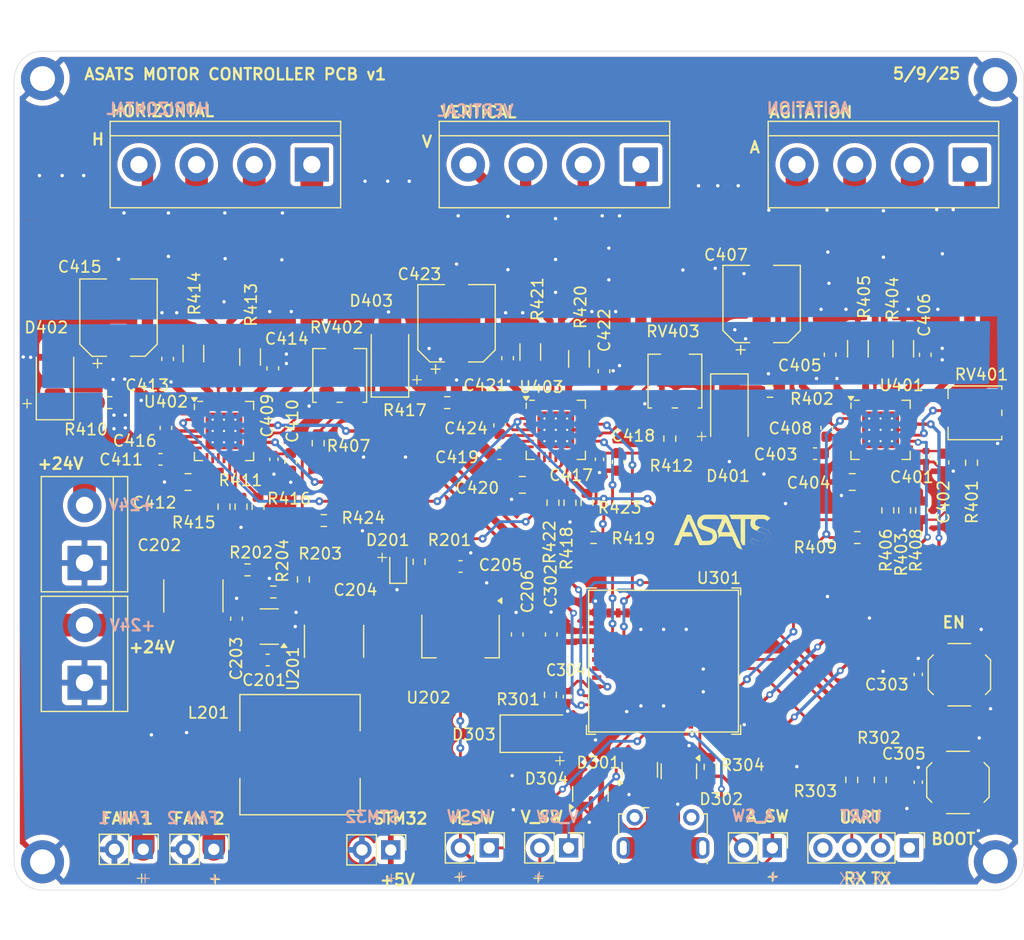
<source format=kicad_pcb>
(kicad_pcb (version 20241229) (generator "pcbnew") (generator_version "9.0")
  (title_block (title "Motor Controller PCB") (date "2025-05-07") (rev "v1") (company "University of California, Santa Cruz"))
  (layers (0 "F.Cu" signal) (2 "B.Cu" signal) (13 "F.Paste" user) (15 "B.Paste" user) (5 "F.SilkS" user "F.Silkscreen") (7 "B.SilkS" user "B.Silkscreen") (1 "F.Mask" user) (3 "B.Mask" user) (25 "Edge.Cuts" user))
  (net 0 "")
  (net 1 "+24V")
  (net 2 "GND")
  (net 3 "/Power Supply/BUCK_SW")
  (net 4 "+5V")
  (net 5 "/Power Supply/BUCK_EN")
  (net 6 "/Power Supply/BUCK_FB")
  (net 7 "/Microcontroller/EN")
  (net 8 "/Microcontroller/BOOT")
  (net 9 "/Stepper Drivers/A_VCP")
  (net 10 "/Stepper Drivers/H_VCP")
  (net 11 "/Stepper Drivers/A_VREG")
  (net 12 "/Stepper Drivers/H_VREG")
  (net 13 "/Stepper Drivers/A_CP1")
  (net 14 "/Stepper Drivers/A_CP2")
  (net 15 "/Stepper Drivers/H_CP2")
  (net 16 "/Stepper Drivers/H_CP1")
  (net 17 "/Stepper Drivers/V_VCP")
  (net 18 "/Stepper Drivers/V_VREG")
  (net 19 "/Stepper Drivers/V_CP1")
  (net 20 "/Stepper Drivers/V_CP2")
  (net 21 "/Power Supply/BUCK_BST")
  (net 22 "/Stepper Drivers/A_FLYBACK")
  (net 23 "/Stepper Drivers/H_FLYBACK")
  (net 24 "Net-(D201-A)")
  (net 25 "/Microcontroller/USB_D-")
  (net 26 "/Microcontroller/USB_D+")
  (net 27 "/Microcontroller/+VBUS")
  (net 29 "/Microcontroller/RXD")
  (net 30 "/Microcontroller/TXD")
  (net 40 "/Microcontroller/AGITATION_SWITCH")
  (net 41 "/Microcontroller/VERTICAL_SWITCH")
  (net 42 "/Microcontroller/HORIZONTAL_SWITCH")
  (net 43 "/Stepper Drivers/AGITATE_2A")
  (net 44 "/Stepper Drivers/AGITATE_2B")
  (net 45 "/Stepper Drivers/AGITATE_1B")
  (net 46 "/Stepper Drivers/AGITATE_1A")
  (net 47 "/Stepper Drivers/HORIZONTAL_1A")
  (net 48 "/Stepper Drivers/HORIZONTAL_2A")
  (net 49 "/Stepper Drivers/HORIZONTAL_1B")
  (net 50 "/Stepper Drivers/HORIZONTAL_2B")
  (net 51 "/Stepper Drivers/VERTICAL_1A")
  (net 52 "/Stepper Drivers/VERTICAL_2B")
  (net 53 "/Stepper Drivers/VERTICAL_2A")
  (net 54 "/Stepper Drivers/VERTICAL_1B")
  (net 55 "/Microcontroller/TXD0")
  (net 56 "/Microcontroller/RXD0")
  (net 57 "/Microcontroller/IO8")
  (net 58 "/Stepper Drivers/A_VREF")
  (net 59 "/Stepper Drivers/H_VREF")
  (net 60 "/Stepper Drivers/A_ROSC")
  (net 61 "/Stepper Drivers/H_ROSC")
  (net 62 "/Stepper Drivers/A_SENSE1")
  (net 63 "/Stepper Drivers/A_SENSE2")
  (net 64 "/Stepper Drivers/A_RESET")
  (net 65 "/Stepper Drivers/H_SENSE1")
  (net 66 "/Stepper Drivers/A_SLEEP")
  (net 67 "/Stepper Drivers/H_SENSE2")
  (net 68 "/Stepper Drivers/H_RESET")
  (net 69 "/Stepper Drivers/H_SLEEP")
  (net 70 "/Stepper Drivers/V_VREF")
  (net 71 "/Stepper Drivers/V_ROSC")
  (net 72 "/Stepper Drivers/V_SENSE1")
  (net 73 "/Stepper Drivers/V_SENSE2")
  (net 74 "/Stepper Drivers/V_RESET")
  (net 75 "/Stepper Drivers/V_SLEEP")
  (net 81 "AGITATION_STEP")
  (net 82 "HORIZONTAL_DIR")
  (net 83 "VERTICAL_STEP")
  (net 84 "HORIZONTAL_STEP")
  (net 88 "VERTICAL_DIR")
  (net 90 "AGITATION_DIR")
  (net 106 "+3.3V")
  (net 107 "/Stepper Drivers/V_FLYBACK")
  (net 108 "/Power Supply/DIGITAL_POWER_+24V")
  (net 114 "DRIVER_ENABLE")
  (net 115 "/Stepper Drivers/A_POT_IN")
  (net 116 "/Stepper Drivers/H_POT_IN")
  (net 117 "/Stepper Drivers/V_POT_IN")
  (footprint "Button_Switch_SMD:SW_Push_1P1T_XKB_TS-1187A" (layer "F.Cu") (at 189.795 129.93 -90)
    (property "Reference" "SW301" (hide yes))
    (property "Value" "SW_Push")
  )
  (footprint "Package_TO_SOT_SMD:SOT-23" (layer "F.Cu") (at 157.27 140.4425 90)
    (property "Reference" "D304")
    (property "Value" "PSM712-LF-T7")
  )
  (footprint "Capacitor_SMD:C_0603_1608Metric" (layer "F.Cu") (at 149.27 107.93 -90)
    (property "Reference" "C424")
    (property "Value" "100n")
  )
  (footprint "Capacitor_SMD:C_0603_1608Metric" (layer "F.Cu") (at 150.82 126.38 90)
    (property "Reference" "C206")
    (property "Value" "10u")
  )
  (footprint "Capacitor_SMD:CP_Elec_6.3x7.7" (layer "F.Cu") (at 172.365 97.23 90)
    (property "Reference" "C407")
    (property "Value" "100u")
  )
  (footprint "Capacitor_SMD:C_0402_1005Metric" (layer "F.Cu") (at 129.37 110.93 90)
    (property "Reference" "C409")
    (property "Value" "100n")
  )
  (footprint "Potentiometer_SMD:Potentiometer_Bourns_3314J_Vertical" (layer "F.Cu") (at 191.17 106.83 -90)
    (property "Reference" "RV401")
    (property "Value" "10k")
  )
  (footprint "Potentiometer_SMD:Potentiometer_Bourns_3314J_Vertical" (layer "F.Cu") (at 135.17 103.53 180)
    (property "Reference" "RV402")
    (property "Value" "10k")
  )
  (footprint "TerminalBlock:TerminalBlock_bornier-4_P5.08mm" (layer "F.Cu") (at 190.72 84.93 180)
    (property "Reference" "J401" (hide yes))
    (property "Value" "Conn_01x04")
  )
  (footprint "Diode_SMD:D_SMA" (layer "F.Cu") (at 152.82 135.13)
    (property "Reference" "D303")
    (property "Value" "SS14")
  )
  (footprint "Capacitor_SMD:C_0603_1608Metric" (layer "F.Cu") (at 145.82 120.38)
    (property "Reference" "C205")
    (property "Value" "10u")
  )
  (footprint "Resistor_SMD:R_0603_1608Metric" (layer "F.Cu") (at 114.85 105.93 180)
    (property "Reference" "R410")
    (property "Value" "10R")
  )
  (footprint "Capacitor_SMD:C_0603_1608Metric" (layer "F.Cu") (at 178.1 108.155 -90)
    (property "Reference" "C408")
    (property "Value" "100n")
  )
  (footprint "Connector_PinHeader_2.54mm:PinHeader_1x04_P2.54mm_Vertical" (layer "F.Cu") (at 185.39 145.205 -90)
    (property "Reference" "J301" (hide yes))
    (property "Value" "Conn_01x04")
  )
  (footprint "MountingHole:MountingHole_2.2mm_M2_DIN965_Pad" (layer "F.Cu") (at 192.97 77.43 -90)
    (property "Reference" "H201" (hide yes))
    (property "Value" "MountingHole_Pad")
  )
  (footprint "MountingHole:MountingHole_2.2mm_M2_DIN965_Pad" (layer "F.Cu") (at 108.97 77.35 -90)
    (property "Reference" "H204" (hide yes))
    (property "Value" "MountingHole_Pad")
  )
  (footprint "Capacitor_SMD:C_0402_1005Metric" (layer "F.Cu") (at 158.07 110.93 90)
    (property "Reference" "C417")
    (property "Value" "100n")
  )
  (footprint "MountingHole:MountingHole_2.2mm_M2_DIN965_Pad" (layer "F.Cu") (at 108.97 146.43 -90)
    (property "Reference" "H203" (hide yes))
    (property "Value" "MountingHole_Pad")
  )
  (footprint "Package_TO_SOT_SMD:SOT-23" (layer "F.Cu") (at 161.62 138.3175 90)
    (property "Reference" "D301")
    (property "Value" "PSM712-LF-T7")
  )
  (footprint "Resistor_SMD:R_0603_1608Metric" (layer "F.Cu") (at 183.49 115.43 90)
    (property "Reference" "R406")
    (property "Value" "10k")
  )
  (footprint "TerminalBlock:TerminalBlock_bornier-4_P5.08mm" (layer "F.Cu") (at 161.72 84.93 180)
    (property "Reference" "J403" (hide yes))
    (property "Value" "Conn_01x04")
  )
  (footprint "Resistor_SMD:R_0603_1608Metric" (layer "F.Cu") (at 133.27 109.505 -90)
    (property "Reference" "R407")
    (property "Value" "15k")
  )
  (footprint "Connector_PinHeader_2.54mm:PinHeader_1x02_P2.54mm_Vertical" (layer "F.Cu") (at 155.35 145.205 -90)
    (property "Reference" "J304" (hide yes))
    (property "Value" "Conn_01x02")
  )
  (footprint "Connector_PinHeader_2.54mm:PinHeader_1x02_P2.54mm_Vertical" (layer "F.Cu") (at 124.07 145.33 -90)
    (property "Reference" "J206" (hide yes))
    (property "Value" "Conn_01x02")
  )
  (footprint "Capacitor_SMD:C_0402_1005Metric" (layer "F.Cu") (at 186.85 110.68 90)
    (property "Reference" "C401")
    (property "Value" "100n")
  )
  (footprint "Resistor_SMD:R_0603_1608Metric" (layer "F.Cu") (at 131.97 121.53 -90)
    (property "Reference" "R203")
    (property "Value" "68k")
  )
  (footprint "Resistor_SMD:R_0603_1608Metric" (layer "F.Cu") (at 142.17 119.965 -90)
    (property "Reference" "R201")
    (property "Value" "5k1")
  )
  (footprint "Capacitor_SMD:C_2220_5750Metric" (layer "F.Cu") (at 134.67 126.98 90)
    (property "Reference" "C204")
    (property "Value" "22u")
  )
  (footprint "LED_SMD:LED_0603_1608Metric" (layer "F.Cu") (at 140.32 120.38 90)
    (property "Reference" "D201")
    (property "Value" "RED")
  )
  (footprint "Resistor_SMD:R_0603_1608Metric" (layer "F.Cu") (at 182.82 139.205 -90)
    (property "Reference" "R302")
    (property "Value" "0R")
  )
  (footprint "Resistor_SMD:R_0603_1608Metric" (layer "F.Cu") (at 164.27 109.105 -90)
    (property "Reference" "R412")
    (property "Value" "15k")
  )
  (footprint "Resistor_SMD:R_1206_3216Metric" (layer "F.Cu") (at 151.97 101.4675 90)
    (property "Reference" "R421")
    (property "Value" "100m")
  )
  (footprint "Connector_PinHeader_2.54mm:PinHeader_1x02_P2.54mm_Vertical" (layer "F.Cu") (at 148.35 145.205 -90)
    (property "Reference" "J305" (hide yes))
    (property "Value" "Conn_01x02")
  )
  (footprint "Capacitor_SMD:C_0805_2012Metric" (layer "F.Cu") (at 121.8 112.93 180)
    (property "Reference" "C412")
    (property "Value" "220n")
  )
  (footprint "Capacitor_SMD:C_0402_1005Metric" (layer "F.Cu") (at 155.242 131.86 -90)
    (property "Reference" "C304")
    (property "Value" "1u")
  )
  (footprint "Connector_PinHeader_2.54mm:PinHeader_1x02_P2.54mm_Vertical" (layer "F.Cu") (at 173.31 145.205 -90)
    (property "Reference" "J303" (hide yes))
    (property "Value" "Conn_01x02")
  )
  (footprint "Capacitor_SMD:CP_Elec_6.3x7.7" (layer "F.Cu") (at 115.67 98.43 90)
    (property "Reference" "C415")
    (property "Value" "100u")
  )
  (footprint "Resistor_SMD:R_1206_3216Metric" (layer "F.Cu") (at 156.26 102.0675 90)
    (property "Reference" "R420")
    (property "Value" "100m")
  )
  (footprint "Capacitor_SMD:C_0402_1005Metric" (layer "F.Cu") (at 155.83 126.555 -90)
    (property "Reference" "C301" (hide yes))
    (property "Value" "100n")
  )
  (footprint "Capacitor_SMD:C_2220_5750Metric" (layer "F.Cu") (at 122.27 122.98 90)
    (property "Reference" "C202")
    (property "Value" "22u")
  )
  (footprint "Diode_SMD:D_SMA" (layer "F.Cu") (at 139.6 101.93 90)
    (property "Reference" "D403")
    (property "Value" "SMAJ28A")
  )
  (footprint "Capacitor_SMD:C_0603_1608Metric" (layer "F.Cu") (at 149.97 102 -90)
    (property "Reference" "C421")
    (property "Value" "100n")
  )
  (footprint "Capacitor_SMD:C_0805_2012Metric" (layer "F.Cu") (at 180.35 112.93 180)
    (property "Reference" "C404")
    (property "Value" "220n")
  )
  (footprint "Resistor_SMD:R_1206_3216Metric" (layer "F.Cu") (at 184.85 101.18 90)
    (property "Reference" "R404")
    (property "Value" "100m")
  )
  (footprint "Resistor_SMD:R_0603_1608Metric" (layer "F.Cu") (at 127.045 120.68)
    (property "Reference" "R202")
    (property "Value" "100k")
  )
  (footprint "Resistor_SMD:R_0603_1608Metric" (layer "F.Cu") (at 190.87 111.23 -90)
    (property "Reference" "R401")
    (property "Value" "15k")
  )
  (footprint "Connector_PinHeader_2.54mm:PinHeader_1x02_P2.54mm_Vertical" (layer "F.Cu") (at 117.845 145.33 -90)
    (property "Reference" "J207" (hide yes))
    (property "Value" "Conn_01x02")
  )
  (footprint "Package_DFN_QFN:QFN-28-1EP_5x5mm_P0.5mm_EP3.25x3.25mm_ThermalVias" (layer "F.Cu") (at 182.85 108.33)
    (property "Reference" "U401")
    (property "Value" "A4988")
  )
  (footprint "Resistor_SMD:R_0603_1608Metric" (layer "F.Cu") (at 180.31 139.205 -90)
    (property "Reference" "R303")
    (property "Value" "0R")
  )
  (footprint "Capacitor_SMD:C_0603_1608Metric" (layer "F.Cu") (at 119.37 110.93 180)
    (property "Reference" "C411")
    (property "Value" "100n")
  )
  (footprint "TerminalBlock:TerminalBlock_bornier-2_P5.08mm" (layer "F.Cu") (at 112.67 120.07 90)
    (property "Reference" "J203" (hide yes))
    (property "Value" "Conn_01x02")
  )
  (footprint "Inductor_SMD:L_10.4x10.4_H4.8" (layer "F.Cu") (at 131.67 136.98)
    (property "Reference" "L201")
    (property "Value" "22u")
  )
  (footprint "Connector_USB:USB_Micro-B_Molex-105017-0001" (layer "F.Cu") (at 163.67 143.9675)
    (property "Reference" "J302" (hide yes))
    (property "Value" "USB_B_Micro")
  )
  (footprint "Capacitor_SMD:C_0603_1608Metric" (layer "F.Cu") (at 149.245 110.43 180)
    (property "Reference" "C419")
    (property "Value" "100n")
  )
  (footprint "Diode_SMD:D_SMA" (layer "F.Cu") (at 110.07 103.93 90)
    (property "Reference" "D402")
    (property "Value" "SMAJ28A")
  )
  (footprint "Capacitor_SMD:C_0603_1608Metric" (layer "F.Cu") (at 186.79 101.71 -90)
    (property "Reference" "C406")
    (property "Value" "100n")
  )
  (footprint "Resistor_SMD:R_0603_1608Metric" (layer "F.Cu") (at 156.97 114.755 90)
    (property "Reference" "R423")
    (property "Value" "100k")
  )
  (footprint "Capacitor_SMD:C_0603_1608Metric" (layer "F.Cu") (at 158.47 103.155 -90)
    (property "Reference" "C422")
    (property "Value" "100n")
  )
  (footprint "Resistor_SMD:R_0603_1608Metric" (layer "F.Cu") (at 153.97 114.755 90)
    (property "Reference" "R422")
    (property "Value" "10k")
  )
  (footprint "Resistor_SMD:R_0603_1608Metric" (layer "F.Cu") (at 180.795 117.83 180)
    (property "Reference" "R409")
    (property "Value" "100k")
  )
  (footprint "Package_TO_SOT_SMD:SOT-223-3_TabPin2" (layer "F.Cu") (at 145.82 126.53 -90)
    (property "Reference" "U202")
    (property "Value" "AMS1117")
  )
  (footprint "Package_TO_SOT_SMD:SOT-23-6" (layer "F.Cu") (at 128.9575 125.68 180)
    (property "Reference" "U201")
    (property "Value" "TP6841S6")
  )
  (footprint "Capacitor_SMD:C_0402_1005Metric" (layer "F.Cu") (at 186.17 139.41 -90)
    (property "Reference" "C305")
    (property "Value" "100n")
  )
  (footprint "Package_DFN_QFN:QFN-28-1EP_5x5mm_P0.5mm_EP3.25x3.25mm_ThermalVias" (layer "F.Cu") (at 154.22 108.33)
    (property "Reference" "U403")
    (property "Value" "A4988")
  )
  (footprint "TerminalBlock:TerminalBlock_bornier-4_P5.08mm" (layer "F.Cu") (at 132.71 84.93 180)
    (property "Reference" "J402" (hide yes))
    (property "Value" "Conn_01x04")
  )
  (footprint "Package_DFN_QFN:QFN-28-1EP_5x5mm_P0.5mm_EP3.25x3.25mm_ThermalVias" (layer "F.Cu") (at 124.97 108.43)
    (property "Reference" "U402")
    (property "Value" "A4988")
  )
  (footprint "Capacitor_SMD:C_0603_1608Metric" (layer "F.Cu") (at 178.4 101.7 -90)
    (property "Reference" "C405")
    (property "Value" "100n")
  )
  (footprint "Package_TO_SOT_SMD:SOT-23" (layer "F.Cu") (at 165.07 138.4425 -90)
    (property "Reference" "D302")
    (property "Value" "PSM712-LF-T7")
  )
  (footprint "Capacitor_SMD:C_0603_1608Metric" (layer "F.Cu") (at 119.85 108.155 -90)
    (property "Reference" "C416")
    (property "Value" "100n")
  )
  (footprint "Resistor_SMD:R_1206_3216Metric" (layer "F.Cu") (at 127.27 101.905 90)
    (property "Reference" "R413")
    (property "Value" "100m")
  )
  (footprint "Resistor_SMD:R_0603_1608Metric" (layer "F.Cu") (at 167.82 138.055 90)
    (property "Reference" "R304")
    (property "Value" "10k")
  )
  (footprint "Resistor_SMD:R_0603_1608Metric" (layer "F.Cu") (at 133.77 116.33)
    (property "Reference" "R424")
    (property "Value" "100k")
  )
  (footprint "Capacitor_SMD:C_0603_1608Metric" (layer "F.Cu") (at 128.82 128.63)
    (property "Reference" "C201")
    (property "Value" "100n")
  )
  (footprint "Espressif:ESP32-C6-MINI-1U" (layer "F.Cu") (at 163.72 126.68)
    (property "Reference" "U301")
    (property "Value" "ESP32-C6-MINI-1")
  )
  (footprint "Capacitor_SMD:C_0603_1608Metric" (layer "F.Cu") (at 153.82 126.38 90)
    (property "Reference" "C302")
    (property "Value" "10u")
  )
  (footprint "Capacitor_SMD:C_0402_1005Metric" (layer "F.Cu") (at 186.17 129.91 -90)
    (property "Reference" "C303")
    (property "Value" "100n")
  )
  (footprint "Resistor_SMD:R_0603_1608Metric" (layer "F.Cu") (at 129.32 122.63)
    (property "Reference" "R204")
    (property "Value" "13k")
  )
  (footprint "MountingHole:MountingHole_2.2mm_M2_DIN965_Pad" (layer "F.Cu") (at 192.97 146.43 -90)
    (property "Reference" "H202" (hide yes))
    (property "Value" "MountingHole_Pad")
  )
  (footprint "Resistor_SMD:R_0603_1608Metric" (layer "F.Cu") (at 153.742 131.705 90)
    (property "Reference" "R301")
    (property "Value" "10k")
  )
  (footprint "Resistor_SMD:R_0603_1608Metric" (layer "F.Cu") (at 127.97 115.105 90)
    (property "Reference" "R416")
    (property "Value" "100k")
  )
  (footprint "Resistor_SMD:R_1206_3216Metric" (layer "F.Cu") (at 180.85 101.18 90)
    (property "Reference" "R405")
    (property "Value" "100m")
  )
  (footprint "TerminalBlock:TerminalBlock_bornier-2_P5.08mm" (layer "F.Cu") (at 112.67 130.63 90)
    (property "Reference" "J201" (hide yes))
    (property "Value" "Conn_01x02")
  )
  (footprint "Button_Switch_SMD:SW_Push_1P1T_XKB_TS-1187A" (layer "F.Cu") (at 189.67 139.43 -90)
    (property "Reference" "SW302" (hide yes))
    (property "Value" "SW_Push")
  )
  (footprint "Capacitor_SMD:C_0603_1608Metric" (layer "F.Cu") (at 130.85 111.155 -90)
    (property "Reference" "C410")
    (property "Value" "10u")
  )
  (footprint "Resistor_SMD:R_0603_1608Metric" (layer "F.Cu") (at 186.47 115.43 90)
    (property "Reference" "R408")
    (property "Value" "100k")
  )
  (footprint "Resistor_SMD:R_0603_1608Metric" (layer "F.Cu") (at 144.645 105.93 180)
    (property "Reference" "R417")
    (property "Value" "10R")
  )
  (footprint "Potentiometer_SMD:Potentiometer_Bourns_3314J_Vertical" (layer "F.Cu") (at 164.72 104.03 180)
    (property "Reference" "RV403")
    (property "Value" "10k")
  )
  (footprint "Capacitor_SMD:C_0603_1608Metric" (layer "F.Cu") (at 129.27 102.905 -90)
    (property "Reference" "C414")
    (property "Value" "100n")
  )
  (footprint "Dorjee's footprints:ASATS_LOGO" (layer "F.Cu") (at 168.8 117.387247)
    (property "Reference" "G***" (hide yes))
    (property "Value" "LOGO" (hide yes))
  )
  (footprint "Resistor_SMD:R_0603_1608Metric" (layer "F.Cu") (at 155.47 114.755 90)
    (property "Reference" "R418")
    (property "Value" "24k")
  )
  (footprint "Capacitor_SMD:C_0603_1608Metric" (layer "F.Cu") (at 126.07 124.98 -90)
    (property "Reference" "C203")
    (property "Value" "100n")
  )
  (footprint "Capacitor_SMD:C_0603_1608Metric" (layer "F.Cu") (at 188.35 111.205 -90)
    (property "Reference" "C402")
    (property "Value" "10u")
  )
  (footprint "Resistor_SMD:R_0603_1608Metric" (layer "F.Cu") (at 157.545 117.83)
    (property "Reference" "R419")
    (property "Value" "100k")
  )
  (footprint "Resistor_SMD:R_0603_1608Metric" (layer "F.Cu") (at 126.47 115.105 90)
    (property "Reference" "R411")
    (property "Value" "24k")
  )
  (footprint "Diode_SMD:D_SMA" (layer "F.Cu") (at 169.52 106.905 -90)
    (property "Reference" "D401")
    (property "Value" "SMAJ28A")
  )
  (footprint "Resistor_SMD:R_1206_3216Metric" (layer "F.Cu") (at 122.27 101.6 90)
    (property "Reference" "R414")
    (property "Value" "100m")
  )
  (footprint "Resistor_SMD:R_0603_1608Metric" (layer "F.Cu") (at 124.97 115.105 90)
    (property "Reference" "R415")
    (property "Value" "10k")
  )
  (footprint "Connector_PinHeader_2.54mm:PinHeader_1x02_P2.54mm_Vertical" (layer "F.Cu") (at 139.67 145.38 -90)
    (property "Reference" "J202" (hide yes))
    (property "Value" "Conn_01x02")
  )
  (footprint "Capacitor_SMD:C_0603_1608Metric" (layer "F.Cu") (at 177.075 110.43 180)
    (property "Reference" "C403")
    (property "Value" "100n")
  )
  (footprint "Capacitor_SMD:C_0603_1608Metric" (layer "F.Cu") (at 159.72 111.155 -90)
    (property "Reference" "C418")
    (property "Value" "10u")
  )
  (footprint "Capacitor_SMD:CP_Elec_6.3x7.7" (layer "F.Cu") (at 145.47 98.93 90)
    (property "Reference" "C423")
    (property "Value" "100u")
  )
  (footprint "Capacitor_SMD:C_0603_1608Metric" (layer "F.Cu") (at 120 102.075 -90)
    (property "Reference" "C413")
    (property "Value" "100n")
  )
  (footprint "Resistor_SMD:R_0603_1608Metric" (layer "F.Cu") (at 173.1 104.93 180)
    (property "Reference" "R402")
    (property "Value" "10R")
  )
  (footprint "Resistor_SMD:R_0603_1608Metric" (layer "F.Cu") (at 184.97 115.43 90)
    (property "Reference" "R403")
    (property "Value" "24k")
  )
  (footprint "Capacitor_SMD:C_0805_2012Metric" (layer "F.Cu") (at 151.27 113.18 180)
    (property "Reference" "C420")
    (property "Value" "220n")
  )
  (gr_arc (start 106.47 77.43) (mid 107.202233 75.662233) (end 108.97 74.93) (stroke (width 0.05)) (layer "Edge.Cuts"))
  (gr_arc (start 192.97 74.93) (mid 194.737767 75.662233) (end 195.47 77.43) (stroke (width 0.05)) (layer "Edge.Cuts"))
  (gr_line (start 108.97 148.93) (end 192.97 148.93) (stroke (width 0.05)) (layer "Edge.Cuts"))
  (gr_line (start 106.47 77.43) (end 106.47 146.43) (stroke (width 0.05)) (layer "Edge.Cuts"))
  (gr_line (start 195.47 146.43) (end 195.47 77.43) (stroke (width 0.05)) (layer "Edge.Cuts"))
  (gr_line (start 192.97 74.93) (end 108.97 74.93) (stroke (width 0.05)) (layer "Edge.Cuts"))
  (gr_arc (start 195.47 146.43) (mid 194.737767 148.197767) (end 192.97 148.93) (stroke (width 0.05)) (layer "Edge.Cuts"))
  (gr_arc (start 108.97 148.93) (mid 107.202233 148.197767) (end 106.47 146.43) (stroke (width 0.05)) (layer "Edge.Cuts"))
  (gr_text "VERTICAL" (at 143.94 80.9 0) (layer "F.SilkS") (effects (font (size 1 1) (thickness 0.2) (bold yes)) (justify left bottom)))
  (gr_text "+" (at 152.15 147.2 270) (layer "F.SilkS") (effects (font (size 1 1) (thickness 0.1)) (justify left bottom)))
  (gr_text "+" (at 123.7 147.3 270) (layer "F.SilkS") (effects (font (size 1 1) (thickness 0.1)) (justify left bottom)))
  (gr_text "V_SW" (at 151 143.05 0) (layer "F.SilkS") (effects (font (size 1 1) (thickness 0.2) (bold yes)) (justify left bottom)))
  (gr_text "V" (at 142.3 83.5 0) (layer "F.SilkS") (effects (font (size 1 1) (thickness 0.2) (bold yes)) (justify left bottom)))
  (gr_text "STM32" (at 138 143.2 0) (layer "F.SilkS") (effects (font (size 1 1) (thickness 0.2) (bold yes)) (justify left bottom)))
  (gr_text "5/9/25" (at 183.825 77.5 0) (layer "F.SilkS") (effects (font (size 1 1) (thickness 0.2) (bold yes)) (justify left bottom)))
  (gr_text "+" (at 107.1 105.33 270) (layer "F.SilkS") (effects (font (size 1 1) (thickness 0.1)) (justify left bottom)))
  (gr_text "BOOT" (at 187.2 145 0) (layer "F.SilkS") (effects (font (size 1 1) (thickness 0.2) (bold yes)) (justify left bottom)))
  (gr_text "+5V" (at 138.6 148.6 0) (layer "F.SilkS") (effects (font (size 1 1) (thickness 0.2) (bold yes)) (justify left bottom)))
  (gr_text "+" (at 141.47 103.23 270) (layer "F.SilkS") (effects (font (size 1 1) (thickness 0.1)) (justify left bottom)))
  (gr_text "AGITATION" (at 172.94 80.9 0) (layer "F.SilkS") (effects (font (size 1 1) (thickness 0.2) (bold yes)) (justify left bottom)))
  (gr_text "+" (at 117.2 147.2 270) (layer "F.SilkS") (effects (font (size 1 1) (thickness 0.1)) (justify left bottom)))
  (gr_text "+" (at 172.8 147.1 270) (layer "F.SilkS") (effects (font (size 1 1) (thickness 0.1)) (justify left bottom)))
  (gr_text "TX" (at 181.9 148.5 0) (layer "F.SilkS") (effects (font (size 1 1) (thickness 0.2) (bold yes)) (justify left bottom)))
  (gr_text "RX" (at 179.5 148.5 0) (layer "F.SilkS") (effects (font (size 1 1) (thickness 0.2) (bold yes)) (justify left bottom)))
  (gr_text "ASATS MOTOR CONTROLLER PCB v1" (at 112.55 77.55 0) (layer "F.SilkS") (effects (font (size 1 1) (thickness 0.2) (bold yes)) (justify left bottom)))
  (gr_text "EN" (at 188.2 125.9 0) (layer "F.SilkS") (effects (font (size 1 1) (thickness 0.2) (bold yes)) (justify left bottom)))
  (gr_text "+" (at 154.07 136.83 270) (layer "F.SilkS") (effects (font (size 1 1) (thickness 0.1)) (justify left bottom)))
  (gr_text "FAN 1" (at 114.1 143.2 0) (layer "F.SilkS") (effects (font (size 1 1) (thickness 0.2) (bold yes)) (justify left bottom)))
  (gr_text "+24V" (at 116.48 128.09 0) (layer "F.SilkS") (effects (font (size 1 1) (thickness 0.2) (bold yes)) (justify left bottom)))
  (gr_text "+" (at 138.4 118.9 270) (layer "F.SilkS") (effects (font (size 1 1) (thickness 0.1)) (justify left bottom)))
  (gr_text "+" (at 145.2 147.1 270) (layer "F.SilkS") (effects (font (size 1 1) (thickness 0.1)) (justify left bottom)))
  (gr_text "A" (at 171.2 84 0) (layer "F.SilkS") (effects (font (size 1 1) (thickness 0.2) (bold yes)) (justify left bottom)))
  (gr_text "+" (at 166.57 108.23 270) (layer "F.SilkS") (effects (font (size 1 1) (thickness 0.1)) (justify left bottom)))
  (gr_text "H" (at 113.2 83.3 0) (layer "F.SilkS") (effects (font (size 1 1) (thickness 0.2) (bold yes)) (justify left bottom)))
  (gr_text "FAN 2" (at 120.4 143.2 0) (layer "F.SilkS") (effects (font (size 1 1) (thickness 0.2) (bold yes)) (justify left bottom)))
  (gr_text "UART" (at 179.1 143.1 0) (layer "F.SilkS") (effects (font (size 1 1) (thickness 0.2) (bold yes)) (justify left bottom)))
  (gr_text "H_SW" (at 144.8 143.15 0) (layer "F.SilkS") (effects (font (size 1 1) (thickness 0.2) (bold yes)) (justify left bottom)))
  (gr_text "HORIZONTAL" (at 114.9 80.8 0) (layer "F.SilkS") (effects (font (size 1 1) (thickness 0.2) (bold yes)) (justify left bottom)))
  (gr_text "+24V" (at 108.42 111.9 0) (layer "F.SilkS") (effects (font (size 1 1) (thickness 0.2) (bold yes)) (justify left bottom)))
  (gr_text "A_SW" (at 170.9 143 0) (layer "F.SilkS") (effects (font (size 1 1) (thickness 0.2) (bold yes)) (justify left bottom)))
  (gr_text "+" (at 118.7 148.4 0) (layer "B.SilkS") (effects (font (size 1 1) (thickness 0.1)) (justify left bottom mirror)))
  (gr_text "FAN 2" (at 124.55 143.15 0) (layer "B.SilkS") (effects (font (size 1 1) (thickness 0.2) (bold yes)) (justify left bottom mirror)))
  (gr_text "AGITATION" (at 180.25 80.55 0) (layer "B.SilkS") (effects (font (size 1 1) (thickness 0.2) (bold yes)) (justify left bottom mirror)))
  (gr_text "+" (at 140.4 148.4 0) (layer "B.SilkS") (effects (font (size 1 1) (thickness 0.1)) (justify left bottom mirror)))
  (gr_text "+" (at 174.1 148.2 0) (layer "B.SilkS") (effects (font (size 1 1) (thickness 0.1)) (justify left bottom mirror)))
  (gr_text "STM32" (at 140.55 143.05 0) (layer "B.SilkS") (effects (font (size 1 1) (thickness 0.2) (bold yes)) (justify left bottom mirror)))
  (gr_text "+" (at 153.45 148.2 0) (layer "B.SilkS") (effects (font (size 1 1) (thickness 0.1)) (justify left bottom mirror)))
  (gr_text "+24V" (at 118.95 115.55 0) (layer "B.SilkS") (effects (font (size 1 1) (thickness 0.2) (bold yes)) (justify left bottom mirror)))
  (gr_text "FAN 1" (at 118.5 143.15 0) (layer "B.SilkS") (effects (font (size 1 1) (thickness 0.2) (bold yes)) (justify left bottom mirror)))
  (gr_text "H_SW" (at 148.65 143 0) (layer "B.SilkS") (effects (font (size 1 1) (thickness 0.2) (bold yes)) (justify left bottom mirror)))
  (gr_text "VERTICAL" (at 150.6 80.75 0) (layer "B.SilkS") (effects (font (size 1 1) (thickness 0.2) (bold yes)) (justify left bottom mirror)))
  (gr_text "A_SW" (at 173.6 142.95 0) (layer "B.SilkS") (effects (font (size 1 1) (thickness 0.2) (bold yes)) (justify left bottom mirror)))
  (gr_text "+" (at 146.6 148.2 0) (layer "B.SilkS") (effects (font (size 1 1) (thickness 0.1)) (justify left bottom mirror)))
  (gr_text "V_SW" (at 156.35 143.05 0) (layer "B.SilkS") (effects (font (size 1 1) (thickness 0.2) (bold yes)) (justify left bottom mirror)))
  (gr_text "UART" (at 183.1 143 0) (layer "B.SilkS") (effects (font (size 1 1) (thickness 0.2) (bold yes)) (justify left bottom mirror)))
  (gr_text "RX" (at 181.2 148.5 0) (layer "B.SilkS") (effects (font (size 1 1) (thickness 0.1)) (justify left bottom mirror)))
  (gr_text "HORIZONTAL" (at 123.8 80.6 0) (layer "B.SilkS") (effects (font (size 1 1) (thickness 0.2) (bold yes)) (justify left bottom mirror)))
  (gr_text "TX" (at 183.9 148.5 0) (layer "B.SilkS") (effects (font (size 1 1) (thickness 0.1)) (justify left bottom mirror)))
  (gr_text "+24V" (at 119.05 126.15 0) (layer "B.SilkS") (effects (font (size 1 1) (thickness 0.2) (bold yes)) (justify left bottom mirror)))
  (gr_text "+" (at 124.8 148.4 0) (layer "B.SilkS") (effects (font (size 1 1) (thickness 0.1)) (justify left bottom mirror)))
  (segment (start 115.675 105.93) (end 115.675 104.33) (width 2) (layer "F.Cu") (net 1))
  (segment (start 158.47 104.93) (end 157.47 105.93) (width 0.6) (layer "F.Cu") (net 1))
  (segment (start 152.72 105.93) (end 151.93 105.93) (width 0.25) (layer "F.Cu") (net 1))
  (segment (start 172.365 99.93) (end 170.17 99.93) (width 2) (layer "F.Cu") (net 1))
  (segment (start 112.67 111.53) (end 115.675 108.525) (width 2) (layer "F.Cu") (net 1))
  (segment (start 158.47 103.93) (end 158.47 104.93) (width 0.6) (layer "F.Cu") (net 1))
  (segment (start 159.97 102.43) (end 159.97 102.53) (width 0.6) (layer "F.Cu") (net 1))
  (segment (start 148.47 110.43) (end 148.369 110.43) (width 1) (layer "F.Cu") (net 1))
  (segment (start 177.2 103.8) (end 177.2 103.675) (width 0.6) (layer "F.Cu") (net 1))
  (segment (start 116.19 108.525) (end 118.494 110.829) (width 1) (layer "F.Cu") (net 1))
  (segment (start 158.47 103.93) (end 159.28 103.12) (width 0.6) (layer "F.Cu") (net 1))
  (segment (start 145.47 107.531) (end 145.47 105.93) (width 1) (layer "F.Cu") (net 1))
  (segment (start 185.11 105.17) (end 184.35 105.93) (width 0.3) (layer "F.Cu") (net 1))
  (segment (start 172.965 103.38) (end 172.365 103.38) (width 1) (layer "F.Cu") (net 1))
  (segment (start 173.925 108.156) (end 176.199 110.43) (width 1) (layer "F.Cu") (net 1))
  (segment (start 129.27 103.68) (end 130.47 102.48) (width 0.6) (layer "F.Cu") (net 1))
  (segment (start 157.47 105.93) (end 156.97 105.93) (width 0.6) (layer "F.Cu") (net 1))
  (segment (start 178.4 103.2) (end 179 103.8) (width 0.6) (layer "F.Cu") (net 1))
  (segment (start 172.365 99.93) (end 172.365 103.38) (width 1) (layer "F.Cu") (net 1))
  (segment (start 120.3 104.1) (end 120 103.8) (width 0.6) (layer "F.Cu") (net 1))
  (segment (start 151.93 105.93) (end 151.3 105.3) (width 0.25) (layer "F.Cu") (net 1))
  (segment (start 150.05 104.05) (end 151.3 105.3) (width 0.6) (layer "F.Cu") (net 1))
  (segment (start 186.79 102.485) (end 187.955 102.485) (width 1) (layer "F.Cu") (net 1))
  (segment (start 115.67 103.43) (end 115.67 104.325) (width 2) (layer "F.Cu") (net 1))
  (segment (start 173.925 104.93) (end 173.925 108.156) (width 1) (layer "F.Cu") (net 1))
  (segment (start 181.35 105.93) (end 180.8 105.93) (width 0.3) (layer "F.Cu") (net 1))
  (segment (start 115.67 104.325) (end 115.675 104.33) (width 2) (layer "F.Cu") (net 1))
  (segment (start 179 104.6) (end 180.33 105.93) (width 0.6) (layer "F.Cu") (net 1))
  (segment (start 172.965 103.38) (end 173.925 104.34) (width 1) (layer "F.Cu") (net 1))
  (segment (start 159.28 103.12) (end 159.97 102.43) (width 0.6) (layer "F.Cu") (net 1))
  (segment (start 130.47 102.48) (end 130.47 101.646) (width 0.6) (layer "F.Cu") (net 1))
  (segment (start 179 103.8) (end 179 104.6) (width 0.6) (layer "F.Cu") (net 1))
  (segment (start 186.79 103.49) (end 185.11 105.17) (width 1) (layer "F.Cu") (net 1))
  (segment (start 180.33 105.93) (end 180.8 105.93) (width 0.6) (layer "F.Cu") (net 1))
  (segment (start 129.27 103.68) (end 126.92 106.03) (width 0.6) (layer "F.Cu") (net 1))
  (segment (start 155.72 105.93) (end 156.97 105.93) (width 0.25) (layer "F.Cu") (net 1))
  (segment (start 149.97 103.97) (end 150.05 104.05) (width 0.6) (layer "F.Cu") (net 1))
  (segment (start 115.675 108.525) (end 115.675 105.93) (width 2) (layer "F.Cu") (net 1))
  (segment (start 187.955 102.485) (end 188.286 102.154) (width 1) (layer "F.Cu") (net 1))
  (segment (start 123.24 105.8) (end 122 105.8) (width 0.25) (layer "F.Cu") (net 1))
  (segment (start 148.369 110.43) (end 145.47 107.531) (width 1) (layer "F.Cu") (net 1))
  (segment (start 123.47 106.03) (end 123.24 105.8) (width 0.25) (layer "F.Cu") (net 1))
  (segment (start 186.79 102.485) (end 186.79 103.49) (width 1) (layer "F.Cu") (net 1))
  (segment (start 120 103.8) (end 120 102.85) (width 0.6) (layer "F.Cu") (net 1))
  (segment (start 112.67 111.53) (end 112.67 114.99) (width 2) (layer "F.Cu") (net 1))
  (segment (start 145.47 101.63) (end 145.47 103.93) (width 1) (layer "F.Cu") (net 1))
  (segment (start 149.97 102.775) (end 149.97 103.97) (width 0.6) (layer "F.Cu") (net 1))
  (segment (start 188.286 101.138) (end 188.286 102.154) (width 1) (layer "F.Cu") (net 1))
  (segment (start 177.2 103.675) (end 178.4 102.475) (width 0.6) (layer "F.Cu") (net 1))
  (segment (start 120.3 104.1) (end 122 105.8) (width 0.6) (layer "F.Cu") (net 1))
  (segment (start 115.67 101.13) (end 115.67 103.43) (width 2) (layer "F.Cu") (net 1))
  (segment (start 178.4 102.475) (end 178.4 103.2) (width 0.6) (layer "F.Cu") (net 1))
  (segment (start 180.8 105.93) (end 180.7 105.93) (width 0.3) (layer "F.Cu") (net 1))
  (segment (start 173.925 104.34) (end 173.925 104.93) (width 1) (layer "F.Cu") (net 1))
  (segment (start 159.97 102.53) (end 159.838 102.662) (width 0.6) (layer "F.Cu") (net 1))
  (segment (start 126.92 106.03) (end 126.596 106.03) (width 0.6) (layer "F.Cu") (net 1))
  (segment (start 145.47 105.93) (end 145.47 103.93) (width 1) (layer "F.Cu") (net 1))
  (segment (start 145.47 101.63) (end 143.22 101.63) (width 2) (layer "F.Cu") (net 1))
  (via (at 145.47 103.93) (size 0.7) (drill 0.3) (layers "F.Cu" "B.Cu") (net 1))
  (via (at 115.27 107.03) (size 0.7) (drill 0.3) (layers "F.Cu" "B.Cu") (net 1))
  (via (at 144.05 102.1) (size 0.7) (drill 0.3) (layers "F.Cu" "B.Cu") (net 1))
  (via (at 120.3 104.1) (size 0.7) (drill 0.3) (layers "F.Cu" "B.Cu") (net 1))
  (via (at 188.286 101.138) (size 0.6) (drill 0.3) (layers "F.Cu" "B.Cu") (net 1))
  (via (at 130.47 101.646) (size 0.6) (drill 0.3) (layers "F.Cu" "B.Cu") (net 1))
  (via (at 116.22 103.855) (size 0.7) (drill 0.3) (layers "F.Cu" "B.Cu") (net 1))
  (via (at 188.286 102.154) (size 0.6) (drill 0.3) (layers "F.Cu" "B.Cu") (net 1))
  (via (at 170 99.5) (size 0.7) (drill 0.3) (layers "F.Cu" "B.Cu") (net 1))
  (via (at 172.965 103.38) (size 0.7) (drill 0.3) (layers "F.Cu" "B.Cu") (net 1))
  (via (at 170.95 100.3) (size 0.7) (drill 0.3) (layers "F.Cu" "B.Cu") (net 1))
  (via (at 115.195 103.88) (size 0.7) (drill 0.3) (layers "F.Cu" "B.Cu") (net 1))
  (via (at 115.27 108.23) (size 0.7) (drill 0.3) (layers "F.Cu" "B.Cu") (net 1))
  (via (at 130.47 102.48) (size 0.6) (drill 0.3) (layers "F.Cu" "B.Cu") (net 1))
  (via (at 150.05 104.05) (size 0.7) (drill 0.3) (layers "F.Cu" "B.Cu") (net 1))
  (via (at 179 103.8) (size 0.7) (drill 0.3) (layers "F.Cu" "B.Cu") (net 1))
  (via (at 159.28 103.12) (size 0.6) (drill 0.3) (layers "F.Cu" "B.Cu") (net 1))
  (via (at 116.27 107.03) (size 0.7) (drill 0.3) (layers "F.Cu" "B.Cu") (net 1))
  (via (at 177.2 103.8) (size 0.7) (drill 0.3) (layers "F.Cu" "B.Cu") (net 1))
  (via (at 116.27 108.155) (size 0.7) (drill 0.3) (layers "F.Cu" "B.Cu") (net 1))
  (via (at 143.05 101.15) (size 0.7) (drill 0.3) (layers "F.Cu" "B.Cu") (net 1))
  (via (at 159.838 102.662) (size 0.6) (drill 0.3) (layers "F.Cu" "B.Cu") (net 1))
  (segment (start 115.67 103.43) (end 115.67 107.03) (width 2) (layer "B.Cu") (net 1))
  (segment (start 115.645 108.18) (end 115.67 108.155) (width 2) (layer "B.Cu") (net 1))
  (segment (start 115.67 107.03) (end 115.67 108.155) (width 2) (layer "B.Cu") (net 1))
  (segment (start 131.25 125.68) (end 131.32 125.61) (width 0.6) (layer "F.Cu") (net 2))
  (segment (start 124.47 107.93) (end 124.97 108.43) (width 0.25) (layer "F.Cu") (net 2))
  (segment (start 126.07 124.205) (end 126.07 123.2) (width 1) (layer "F.Cu") (net 2))
  (segment (start 157.77 134.33) (end 157.77 135.63) (width 0.3) (layer "F.Cu") (net 2))
  (segment (start 165.695 131.355) (end 167.145 131.355) (width 0.3) (layer "F.Cu") (net 2))
  (segment (start 130.095 125.68) (end 131.25 125.68) (width 0.6) (layer "F.Cu") (net 2))
  (segment (start 166.02 136.23) (end 165.97 136.18) (width 0.3) (layer "F.Cu") (net 2))
  (segment (start 188.35 111.98) (end 189.25 111.98) (width 0.5) (layer "F.Cu") (net 2))
  (segment (start 157.82 134.28) (end 157.77 134.33) (width 0.3) (layer "F.Cu") (net 2))
  (segment (start 166.12 125.53) (end 165.72 125.93) (width 0.3) (layer "F.Cu") (net 2))
  (segment (start 165.695 127.405) (end 165.695 125.955) (width 0.3) (layer "F.Cu") (net 2))
  (segment (start 107.895 101.9) (end 107.271 101.9) (width 0.6) (layer "F.Cu") (net 2))
  (segment (start 182.35 107.83) (end 182.85 108.33) (width 0.25) (layer "F.Cu") (net 2))
  (segment (start 156.32 141.38) (end 157.17 142.23) (width 0.25) (layer "F.Cu") (net 2))
  (segment (start 155.935 126.18) (end 155.83 126.075) (width 0.3) (layer "F.Cu") (net 2))
  (segment (start 126.47 115.93) (end 126.47 116.93) (width 0.5) (layer "F.Cu") (net 2))
  (segment (start 181.85 107.33) (end 182.85 108.33) (width 0.25) (layer "F.Cu") (net 2))
  (segment (start 165.695 129.38) (end 167.17 129.38) (width 0.3) (layer "F.Cu") (net 2))
  (segment (start 193.17 107.98) (end 193.17 109.53) (width 1) (layer "F.Cu") (net 2))
  (segment (start 169.67 134.33) (end 170.83 134.33) (width 0.5) (layer "F.Cu") (net 2))
  (segment (start 165.695 125.955) (end 165.72 125.93) (width 0.3) (layer "F.Cu") (net 2))
  (segment (start 163.57 106.03) (end 162.07 106.03) (width 1) (layer "F.Cu") (net 2))
  (segment (start 180.45 107.83) (end 182.35 107.83) (width 0.25) (layer "F.Cu") (net 2))
  (segment (start 191.545 136.43) (end 191.545 135.505) (width 0.5) (layer "F.Cu") (net 2))
  (segment (start 127.37 108.43) (end 124.97 108.43) (width 0.3) (layer "F.Cu") (net 2))
  (segment (start 129.37 111.41) (end 129.37 112.24) (width 0.5) (layer "F.Cu") (net 2))
  (segment (start 162.12 125.53) (end 161.72 125.93) (width 0.3) (layer "F.Cu") (net 2))
  (segment (start 179.4 112.93) (end 179.4 114.12) (width 0.5) (layer "F.Cu") (net 2))
  (segment (start 157.82 126.18) (end 157.82 125.38) (width 0.5) (layer "F.Cu") (net 2))
  (segment (start 134.67 124.43) (end 131.32 124.43) (width 0.6) (layer "F.Cu") (net 2))
  (segment (start 146.595 119.305) (end 146.72 119.18) (width 0.3) (layer "F.Cu") (net 2))
  (segment (start 153.82 125.605) (end 153.82 124.53) (width 0.5) (layer "F.Cu") (net 2))
  (segment (start 148.12 121.83) (end 148.125 121.825) (width 1) (layer "F.Cu") (net 2))
  (segment (start 157.82 133.38) (end 157.82 134.28) (width 0.3) (layer "F.Cu") (net 2))
  (segment (start 185.25 108.33) (end 182.85 108.33) (width 0.25) (layer "F.Cu") (net 2))
  (segment (start 140.32 121.1675) (end 140.32 122.33) (width 0.3) (layer "F.Cu") (net 2))
  (segment (start 169.52 108.905) (end 169.52 111.13) (width 2) (layer "F.Cu") (net 2))
  (segment (start 158.07 111.41) (end 158.07 112.1) (width 0.4) (layer "F.Cu") (net 2))
  (segment (start 155.242 132.34) (end 155.242 133.118) (width 0.25) (layer "F.Cu") (net 2))
  (segment (start 163.72 127.405) (end 163.72 125.93) (width 0.3) (layer "F.Cu") (net 2))
  (segment (start 191.67 132.93) (end 192.545 132.93) (width 0.5) (layer "F.Cu") (net 2))
  (segment (start 157.77 124.43) (end 157.77 123.48) (width 0.3) (layer "F.Cu") (net 2))
  (segment (start 186.85 111.16) (end 187.53 111.16) (width 0.25) (layer "F.Cu") (net 2))
  (segment (start 184.97 116.255) (end 184.97 117.15) (width 0.25) (layer "F.Cu") (net 2))
  (segment (start 186.17 129.43) (end 186.17 128.49) (width 0.5) (layer "F.Cu") (net 2))
  (segment (start 191.67 125.98) (end 191.72 125.93) (width 0.3) (layer "F.Cu") (net 2))
  (segment (start 167.17 129.38) (end 167.22 129.43) (width 0.3) (layer "F.Cu") (net 2))
  (segment (start 187.53 111.16) (end 188.35 111.98) (width 0.25) (layer "F.Cu") (net 2))
  (segment (start 157.82 125.38) (end 157.82 124.48) (width 0.5) (layer "F.Cu") (net 2))
  (segment (start 139.6 99.93) (end 139.6 97.93) (width 2) (layer "F.Cu") (net 2))
  (segment (start 191.545 143.605) (end 191.47 143.68) (width 0.3) (layer "F.Cu") (net 2))
  (segment (start 159.72 111.93) (end 158.24 111.93) (width 0.4) (layer "F.Cu") (net 2))
  (segment (start 184.97 117.15) (end 184.95 117.17) (width 0.25) (layer "F.Cu") (net 2))
  (segment (start 170.835 94.53) (end 170.81 94.555) (width 2) (layer "F.Cu") (net 2))
  (segment (start 115.67 95.73) (end 115.67 93.28) (width 2) (layer "F.Cu") (net 2))
  (segment (start 161.745 127.405) (end 161.745 125.955) (width 0.3) (layer "F.Cu") (net 2))
  (segment (start 160.52 134.28) (end 160.52 133.23) (width 0.3) (layer "F.Cu") (net 2))
  (segment (start 128.495 122.63) (end 128.495 121.905) (width 0.6) (layer "F.Cu") (net 2))
  (segment (start 123.97 107.43) (end 124.97 108.43) (width 0.25) (layer "F.Cu") (net 2))
  (segment (start 157.77 135.63) (end 157.72 135.68) (width 0.3) (layer "F.Cu") (net 2))
  (segment (start 161.745 125.955) (end 161.72 125.93) (width 0.3) (layer "F.Cu") (net 2))
  (segment (start 151.82 107.83) (end 153.72 107.83) (width 0.25) (layer "F.Cu") (net 2))
  (segment (start 166.12 124.48) (end 166.12 125.53) (width 0.3) (layer "F.Cu") (net 2))
  (segment (start 172.365 94.53) (end 170.835 94.53) (width 2) (layer "F.Cu") (net 2))
  (segment (start 167.145 131.355) (end 167.22 131.43) (width 0.3) (layer "F.Cu") (net 2))
  (segment (start 158.24 111.93) (end 158.07 112.1) (width 0.4) (layer "F.Cu") (net 2))
  (segment (start 156.62 108.33) (end 154.22 108.33) (width 0.3) (layer "F.Cu") (net 2))
  (segment (start 130.85 111.93) (end 130.85 112.95) (width 0.5) (layer "F.Cu") (net 2))
  (segment (start 134.02 105.53) (end 133.17 105.53) (width 1) (layer "F.Cu") (net 2))
  (segment (start 133.17 105.53) (end 132.47 106.23) (width 1) (layer "F.Cu") (net 2))
  (segment (start 145.47 96.23) (end 145.47 93.705) (width 2) (layer "F.Cu") (net 2))
  (segment (start 189.25 111.98) (end 189.26 111.97) (width 0.25) (layer "F.Cu") (net 2))
  (segment (start 191.545 142.43) (end 191.545 143.605) (width 0.3) (layer "F.Cu") (net 2))
  (segment (start 160.52 133.23) (end 160.47 133.18) (width 0.3) (layer "F.Cu") (net 2))
  (segment (start 122.57 107.93) (end 124.47 107.93) (width 0.25) (layer "F.Cu") (net 2))
  (segment (start 157.17 142.23) (end 157.17 142.94) (width 0.25) (layer "F.Cu") (net 2))
  (segment (start 146.595 120.38) (end 146.595 119.305) (width 0.3) (layer "F.Cu") (net 2))
  (segment (start 150.82 124.53) (end 150.72 124.43) (width 0.3) (layer "F.Cu") (net 2))
  (segment (start 191.67 126.93) (end 191.67 125.98) (width 0.3) (layer "F.Cu") (net 2))
  (segment (start 163.72 131.355) (end 163.72 132.68) (width 0.3) (layer "F.Cu") (net 2))
  (segment (start 164.97 142.505) (end 164.97 141.35) (width 0.25) (layer "F.Cu") (net 2))
  (segment (start 140.32 122.33) (end 140.22 122.43) (width 0.3) (layer "F.Cu") (net 2))
  (segment (start 150.32 113.18) (end 150.32 114.46) (width 0.4) (layer "F.Cu") (net 2))
  (segment (start 148.12 123.38) (end 148.12 121.83) (width 1) (layer "F.Cu") (net 2))
  (segment (start 169.67 124.43) (end 157.77 124.43) (width 0.3) (layer "F.Cu") (net 2))
  (segment (start 160.67 139.255) (end 160.67 140.5) (width 0.5) (layer "F.Cu") (net 2))
  (segment (start 163.72 124.48) (end 163.72 125.93) (width 0.3) (layer "F.Cu") (net 2))
  (segment (start 161.745 132.655) (end 161.72 132.68) (width 0.3) (layer "F.Cu") (net 2))
  (segment (start 186.17 138.93) (end 186.17 138.105) (width 0.5) (layer "F.Cu") (net 2))
  (segment (start 161.745 131.355) (end 161.745 132.655) (width 0.3) (layer "F.Cu") (net 2))
  (segment (start 155.47 115.58) (end 155.47 116.46) (width 0.4) (layer "F.Cu") (net 2))
  (segment (start 153.82 125.605) (end 155.36 125.605) (width 0.5) (layer "F.Cu") (net 2))
  (segment (start 131.32 125.61) (end 131.32 124.43) (width 0.6) (layer "F.Cu") (net 2))
  (segment (start 157.715 126.075) (end 155.83 126.075) (width 0.5) (layer "F.Cu") (net 2))
  (segment (start 155.36 125.605) (end 155.83 126.075) (width 0.5) (layer "F.Cu") (net 2))
  (segment (start 155.242 133.118) (end 155.266 133.142) (width 0.25) (layer "F.Cu") (net 2))
  (segment (start 153.72 107.83) (end 154.22 108.33) (width 0.25) (layer "F.Cu") (net 2))
  (segment (start 153.22 107.33) (end 154.22 108.33) (width 0.25) (layer "F.Cu") (net 2))
  (segment (start 162.12 124.48) (end 162.12 125.53) (width 0.3) (layer "F.Cu") (net 2))
  (segment (start 107.925 101.93) (end 110.07 101.93) (width 0.6) (layer "F.Cu") (net 2))
  (segment (start 128.495 121.905) (end 128.97 121.43) (width 0.6) (layer "F.Cu") (net 2))
  (segment (start 157.82 124.48) (end 157.77 124.43) (width 0.5) (layer "F.Cu") (net 2))
  (segment (start 166.02 137.505) (end 166.02 136.23) (width 0.5) (layer "F.Cu") (net 2))
  (segment (start 120.85 112.93) (end 119.72 112.93) (width 0.5) (layer "F.Cu") (net 2))
  (segment (start 157.82 126.18) (end 157.715 126.075) (width 0.5) (layer "F.Cu") (net 2))
  (segment (start 157.77 123.48) (end 157.72 123.43) (width 0.3) (layer "F.Cu") (net 2))
  (segment (start 150.82 125.605) (end 150.82 124.53) (width 0.3) (layer "F.Cu") (net 2))
  (segment (start 126.07 123.2) (end 126.08 123.19) (width 1) (layer "F.Cu") (net 2))
  (via (at 108.7 85.9) (size 0.7) (drill 0.3) (layers "F.Cu" "B.Cu") (net 2))
  (via (at 186.17 138.105) (size 0.7) (drill 0.3) (layers "F.Cu" "B.Cu") (net 2))
  (via (at 126.08 123.19) (size 0.6) (drill 0.3) (layers "F.Cu" "B.Cu") (net 2))
  (via (at 112.6 85.9) (size 0.7) (drill 0.3) (layers "F.Cu" "B.Cu") (net 2))
  (via (at 146.72 119.18) (size 0.7) (drill 0.3) (layers "F.Cu" "B.Cu") (net 2))
  (via (at 162.07 106.03) (size 0.7) (drill 0.3) (layers "F.Cu" "B.Cu") (net 2))
  (via (at 145.47 93.705) (size 0.7) (drill 0.3) (layers "F.Cu" "B.Cu") (net 2))
  (via (at 141.3 86.4) (size 0.7) (drill 0.3) (layers "F.Cu" "B.Cu") (net 2))
  (via (at 174.47 114.83) (size 0.7) (drill 0.3) (layers "F.Cu" "B.Cu") (net 2))
  (via (at 166.8 86.8) (size 0.7) (drill 0.3) (layers "F.Cu" "B.Cu") (net 2))
  (via (at 149.8 98) (size 0.7) (drill 0.3) (layers "F.Cu" "B.Cu") (net 2))
  (via (at 130.07 93.33) (size 0.7) (drill 0.3) (layers "F.Cu" "B.Cu") (net 2))
  (via (at 153.8 124.4) (size 0.7) (drill 0.3) (layers "F.Cu" "B.Cu") (net 2))
  (via (at 154.2 93.3) (size 0.7) (drill 0.3) (layers "F.Cu" "B.Cu") (net 2))
  (via (at 191.545 135.505) (size 0.7) (drill 0.3) (layers "F.Cu" "B.Cu") (net 2))
  (via (at 157.72 135.68) (size 0.7) (drill 0.3) (layers "F.Cu" "B.Cu") (net 2))
  (via (at 181.87 124.93) (size 0.7) (drill 0.3) (layers "F.Cu" "B.Cu") (net 2))
  (via (at 161.72 132.68) (size 0.7) (drill 0.3) (layers "F.Cu" "B.Cu") (net 2))
  (via (at 157.4 97.9) (size 0.7) (drill 0.3) (layers "F.Cu" "B.Cu") (net 2))
  (via (at 130.12 89.2) (size 0.6) (drill 0.3) (layers "F.Cu" "B.Cu") (net 2))
  (via (at 187.8 88.9) (size 0.6) (drill 0.3) (layers "F.Cu" "B.Cu") (net 2))
  (via (at 119.72 112.93) (size 0.7) (drill 0.3) (layers "F.Cu" "B.Cu") (net 2))
  (via (at 140.97 110.73) (size 0.7) (drill 0.3) (layers "F.Cu" "B.Cu") (net 2))
  (via (at 155.47 116.46) (size 0.6) (drill 0.3) (layers "F.Cu" "B.Cu") (net 2))
  (via (at 139.47 97.93) (size 0.7) (drill 0.3) (layers "F.Cu" "B.Cu") (net 2))
  (via (at 158.07 112.1) (size 0.6) (drill 0.3) (layers "F.Cu" "B.Cu") (net 2))
  (via (at 189.25 88.9) (size 0.6) (drill 0.3) (layers "F.Cu" "B.Cu") (net 2))
  (via (at 183.1 93.1) (size 0.7) (drill 0.3) (layers "F.Cu" "B.Cu") (net 2))
  (via (at 120.8 98) (size 0.7) (drill 0.3) (layers "F.Cu" "B.Cu") (net 2))
  (via (at 183.07 129.63) (size 0.7) (drill 0.3) (layers "F.Cu" "B.Cu") (net 2))
  (via (at 184.95 117.17) (size 0.6) (drill 0.3) (layers "F.Cu" "B.Cu") (net 2))
  (via (at 128.97 121.43) (size 0.7) (drill 0.3) (layers "F.Cu" "B.Cu") (net 2))
  (via (at 165.42 94.23) (size 0.7) (drill 0.3) (layers "F.Cu" "B.Cu") (net 2))
  (via (at 150.32 114.46) (size 0.6) (drill 0.3) (layers "F.Cu" "B.Cu") (net 2))
  (via (at 139.4 86.4) (size 0.7) (drill 0.3) (layers "F.Cu" "B.Cu") (net 2))
  (via (at 107.925 101.93) (size 0.6) (drill 0.3) (layers "F.Cu" "B.Cu") (net 2))
  (via (at 183.1 89) (size 0.7) (drill 0.3) (layers "F.Cu" "B.Cu") (net 2))
  (via (at 167.22 131.43) (size 0.7) (drill 0.3) (layers "F.Cu" "B.Cu") (net 2))
  (via (at 163.72 132.68) (size 0.7) (drill 0.3) (layers "F.Cu" "B.Cu") (net 2))
  (via (at 151.3 98) (size 0.7) (drill 0.3) (layers "F.Cu" "B.Cu") (net 2))
  (via (at 163.72 125.93) (size 0.7) (drill 0.3) (layers "F.Cu" "B.Cu") (net 2))
  (via (at 170.83 134.33) (size 0.7) (drill 0.3) (layers "F.Cu" "B.Cu") (net 2))
  (via (at 157.17 142.94) (size 0.6) (drill 0.3) (layers "F.Cu" "B.Cu") (net 2))
  (via (at 157.72 123.43) (size 0.7) (drill 0.3) (layers "F.Cu" "B.Cu") (net 2))
  (via (at 188.3 92.8) (size 0.7) (drill 0.3) (layers "F.Cu" "B.Cu") (net 2))
  (via (at 131.32 124.43) (size 0.6) (drill 0.3) (layers "F.Cu" "B.Cu") (net 2))
  (via (at 168.5 86.8) (size 0.7) (drill 0.3) (layers "F.Cu" "B.Cu") (net 2))
  (via (at 150.37 138.83) (size 0.7) (drill 0.3) (layers "F.Cu" "B.Cu") (net 2))
  (via (at 185.17 141.73) (size 0.7) (drill 0.3) (layers "F.Cu" "B.Cu") (net 2))
  (via (at 116.15 89.2) (size 0.6) (drill 0.3) (layers "F.Cu" "B.Cu") (net 2))
  (via (at 159.5 97.9) (size 0.7) (drill 0.3) (layers "F.Cu" "B.Cu") (net 2))
  (via (at 110.7 85.9) (size 0.7) (drill 0.3) (layers "F.Cu" "B.Cu") (net 2))
  (via (at 120.07 89.2) (size 0.6) (drill 0.3) (layers "F.Cu" "B.Cu") (net 2))
  (via (at 173 88.95) (size 0.6) (drill 0.3) (layers "F.Cu" "B.Cu") (net 2))
  (via (at 118.57 135.23) (size 0.7) (drill 0.3) (layers "F.Cu" "B.Cu") (net 2))
  (via (at 185.3 97.7) (size 0.7) (drill 0.3) (layers "F.Cu" "B.Cu") (net 2))
  (via (at 160.47 133.18) (size 0.7) (drill 0.3) (layers "F.Cu" "B.Cu") (net 2))
  (via (at 170.3 86.8) (size 0.7) (drill 0.3) (layers "F.Cu" "B.Cu") (net 2))
  (via (at 158.314 89.454) (size 0.6) (drill 0.3) (layers "F.Cu" "B.Cu") (net 2))
  (via (at 129.37 112.24) (size 0.7) (drill 0.3) (layers "F.Cu" "B.Cu") (net 2))
  (via (at 129 97.9) (size 0.7) (drill 0.3) (layers "F.Cu" "B.Cu") (net 2))
  (via (at 161.72 125.93) (size 0.7) (drill 0.3) (layers "F.Cu" "B.Cu") (net 2))
  (via (at 150 89.5) (size 0.6) (drill 0.3) (layers "F.Cu" "B.Cu") (net 2))
  (via (at 192.545 132.93) (size 0.7) (drill 0.3) (layers "F.Cu" "B.Cu") (net 2))
  (via (at 164.97 141.35) (size 0.6) (drill 0.3) (layers "F.Cu" "B.Cu") (net 2))
  (via (at 191.47 143.68) (size 0.7) (drill 0.3) (layers "F.Cu" "B.Cu") (net 2))
  (via (at 155.266 133.142) (size 0.6) (drill 0.3) (layers "F.Cu" "B.Cu") (net 2))
  (via (at 124.97 97.03) (size 0.7) (drill 0.3) (layers "F.Cu" "B.Cu") (net 2))
  (via (at 130.9 97.9) (size 0.7) (drill 0.3) (layers "F.Cu" "B.Cu") (net 2))
  (via (at 193.17 109.53) (size 0.7) (drill 0.3) (layers "F.Cu" "B.Cu") (net 2))
  (via (at 126.47 116.93) (size 0.7) (drill 0.3) (layers "F.Cu" "B.Cu") (net 2))
  (via (at 117.67 105.73) (size 0.7) (drill 0.3) (layers "F.Cu" "B.Cu") (net 2))
  (via (at 169.52 111.13) (size 0.7) (drill 0.3) (layers "F.Cu" "B.Cu") (net 2))
  (via (at 168.27 94.08) (size 0.7) (drill 0.3) (layers "F.Cu" "B.Cu") (net 2))
  (via (at 137.17 117.23) (size 0.7) (drill 0.3) (layers "F.Cu" "B.Cu") (net 2))
  (via (at 165.72 125.93) (size 0.7) (drill 0.3) (layers "F.Cu" "B.Cu") (net 2))
  (via (at 131.25 125.68) (size 0.6) (drill 0.3) (layers "F.Cu" "B.Cu") (net 2))
  (via (at 115.67 93.28) (size 0.7) (drill 0.3) (layers "F.Cu" "B.Cu") (net 2))
  (via (at 137.27 110.73) (size 0.7) (drill 0.3) (layers "F.Cu" "B.Cu") (net 2))
  (via (at 150.72 124.43) (size 0.7) (drill 0.3) (layers "F.Cu" "B.Cu") (net 2))
  (via (at 130.85 112.95) (size 0.7) (drill 0.3) (layers "F.Cu" "B.Cu") (net 2))
  (via (at 150 94.2) (size 0.7) (drill 0.3) (layers "F.Cu" "B.Cu") (net 2))
  (via (at 145.614 89.454) (size 0.6) (drill 0.3) (layers "F.Cu" "B.Cu") (net 2))
  (via (at 179.8 97.7) (size 0.7) (drill 0.3) (layers "F.Cu" "B.Cu") (net 2))
  (via (at 186.17 128.49) (size 0.7) (drill 0.3) (layers "F.Cu" "B.Cu") (net 2))
  (via (at 158.9 92.3) (size 0.7) (drill 0.3) (layers "F.Cu" "B.Cu") (net 2))
  (via (at 165.97 136.18) (size 0.7) (drill 0.3) (layers "F.Cu" "B.Cu") (net 2))
  (via (at 175.47 138.03) (size 0.7) (drill 0.3) (layers "F.Cu" "B.Cu") (net 2))
  (via (at 179.4 114.12) (size 0.6) (drill 0.3) (layers "F.Cu" "B.Cu") (net 2))
  (via (at 159.838 89.454) (size 0.6) (drill 0.3) (layers "F.Cu" "B.Cu") (net 2))
  (via (at 187.9 97.7) (size 0.7) (drill 0.3) (layers "F.Cu" "B.Cu") (net 2))
  (via (at 167.22 129.43) (size 0.7) (drill 0.3) (layers "F.Cu" "B.Cu") (net 2))
  (via (at 172.57 112.23) (size 0.7) (drill 0.3) (layers "F.Cu" "B.Cu") (net 2))
  (via (at 107.271 101.9) (size 0.6) (drill 0.3) (layers "F.Cu" "B.Cu") (net 2))
  (via (at 121.67 135.03) (size 0.7) (drill 0.3) (layers "F.Cu" "B.Cu") (net 2))
  (via (at 125.07 93.23) (size 0.7) (drill 0.3) (layers "F.Cu" "B.Cu") (net 2))
  (via (at 177.6 97.7) (size 0.7) (drill 0.3) (layers "F.Cu" "B.Cu") (net 2))
  (via (at 148.125 121.825) (size 0.7) (drill 0.3) (layers "F.Cu" "B.Cu") (net 2))
  (via (at 125.04 89.2) (size 0.6) (drill 0.3) (layers "F.Cu" "B.Cu") (net 2))
  (via (at 132.47 106.23) (size 0.7) (drill 0.3) (layers "F.Cu" "B.Cu") (net 2))
  (via (at 154.2 89.7) (size 0.7) (drill 0.3) (layers "F.Cu" "B.Cu") (net 2))
  (via (at 191.72 125.93) (size 0.7) (drill 0.3) (layers "F.Cu" "B.Cu") (net 2))
  (via (at 178.2 92.65) (size 0.7) (drill 0.3) (layers "F.Cu" "B.Cu") (net 2))
  (via (at 178.17 123.03) (size 0.7) (drill 0.3) (layers "F.Cu" "B.Cu") (net 2))
  (via (at 119.5 98) (size 0.7) (drill 0.3) (layers "F.Cu" "B.Cu") (net 2))
  (via (at 158.9 95.1) (size 0.7) (drill 0.3) (layers "F.Cu" "B.Cu") (net 2))
  (via (at 140.22 122.43) (size 0.7) (drill 0.3) (layers "F.Cu" "B.Cu") (net 2))
  (via (at 178.3 95.4) (size 0.7) (drill 0.3) (layers "F.Cu" "B.Cu") (net 2))
  (via (at 154.2 96.2) (size 0.7) (drill 0.3) (layers "F.Cu" "B.Cu") (net 2))
  (via (at 170.81 94.555) (size 0.7) (drill 0.3) (layers "F.Cu" "B.Cu") (net 2))
  (via (at 137.4 86.4) (size 0.7) (drill 0.3) (layers "F.Cu" "B.Cu") (net 2))
  (via (at 189.26 111.97) (size 0.6) (drill 0.3) (layers "F.Cu" "B.Cu") (net 2))
  (via (at 150.47 141.83) (size 0.7) (drill 0.3) (layers "F.Cu" "B.Cu") (net 2))
  (via (at 160.67 140.5) (size 0.6) (drill 0.3) (layers "F.Cu" "B.Cu") (net 2))
  (via (at 120.07 93.03) (size 0.7) (drill 0.3) (layers "F.Cu" "B.Cu") (net 2))
  (via (at 178.126 88.946) (size 0.6) (drill 0.3) (layers "F.Cu" "B.Cu") (net 2))
  (segment (start 127.52 129.38) (end 127.52 136.98) (width 0.5) (layer "F.Cu") (net 3))
  (segment (start 128.045 128.855) (end 127.52 129.38) (width 0.5) (layer "F.Cu") (net 3))
  (segment (start 127.82 128.405) (end 128.045 128.63) (width 0.5) (layer "F.Cu") (net 3))
  (segment (start 127.82 126.63) (end 127.82 128.405) (width 0.5) (layer "F.Cu") (net 3))
  (segment (start 128.045 128.63) (end 128.045 128.855) (width 0.5) (layer "F.Cu") (net 3))
  (segment (start 182.35 115.115) (end 183.49 116.255) (width 0.25) (layer "F.Cu") (net 4))
  (segment (start 156.97 115.58) (end 156.97 115.98) (width 0.25) (layer "F.Cu") (net 4))
  (segment (start 131.97 120.705) (end 133.6 120.705) (width 0.25) (layer "F.Cu") (net 4))
  (segment (start 153.97 115.58) (end 152.42 115.58) (width 0.25) (layer "F.Cu") (net 4))
  (segment (start 186.85 110.2) (end 188.12 110.2) (width 0.2) (layer "F.Cu") (net 4))
  (segment (start 183.49 117.73) (end 183.39 117.83) (width 0.25) (layer "F.Cu") (net 4))
  (segment (start 145.045 118.555) (end 145.045 120.38) (width 0.25) (layer "F.Cu") (net 4))
  (segment (start 132.945 116.33) (end 133.6 116.985) (width 0.25) (layer "F.Cu") (net 4))
  (segment (start 181.85 110.73) (end 182.85 110.73) (width 0.25) (layer "F.Cu") (net 4))
  (segment (start 190.87 113.23) (end 187.845 116.255) (width 0.2) (layer "F.Cu") (net 4))
  (segment (start 188.35 110.43) (end 189.245 110.43) (width 0.2) (layer "F.Cu") (net 4))
  (segment (start 162.345 110.38) (end 162.47 110.255) (width 0.25) (layer "F.Cu") (net 4))
  (segment (start 157.771 114.779) (end 156.97 115.58) (width 0.25) (layer "F.Cu") (net 4))
  (segment (start 185.69 117.93) (end 183.49 117.93) (width 0.25) (layer "F.Cu") (net 4))
  (segment (start 181.62 117.83) (end 183.39 117.83) (width 0.25) (layer "F.Cu") (net 4))
  (segment (start 159.65 110.45) (end 159.72 110.38) (width 0.25) (layer "F.Cu") (net 4))
  (segment (start 128.85 109.93) (end 129.37 110.45) (width 0.25) (layer "F.Cu") (net 4))
  (segment (start 131.87 110.38) (end 131.87 115.86) (width 0.25) (layer "F.Cu") (net 4))
  (segment (start 158.14 110.38) (end 158.07 110.45) (width 0.25) (layer "F.Cu") (net 4))
  (segment (start 127.97 115.93) (end 127.97 116.83) (width 0.25) (layer "F.Cu") (net 4))
  (segment (start 127.97 115.93) (end 131.8 115.93) (width 0.25) (layer "F.Cu") (net 4))
  (segment (start 157.771 113.431) (end 157.771 114.779) (width 0.25) (layer "F.Cu") (net 4))
  (segment (start 131.92 110.33) (end 133.27 110.33) (width 0.25) (layer "F.Cu") (net 4))
  (segment (start 187.845 116.255) (end 186.47 116.255) (width 0.2) (layer "F.Cu") (net 4))
  (segment (start 188.12 110.2) (end 188.35 110.43) (width 0.2) (layer "F.Cu") (net 4))
  (segment (start 132.37 116.33) (end 132.945 116.33) (width 0.25) (layer "F.Cu") (net 4))
  (segment (start 133.6 120.705) (end 136.505 120.705) (width 0.25) (layer "F.Cu") (net 4))
  (segment (start 155.52 117.43) (end 154.57 117.43) (width 0.25) (layer "F.Cu") (net 4))
  (segment (start 156.72 117.83) (end 155.92 117.83) (width 0.25) (layer "F.Cu") (net 4))
  (segment (start 182.35 110.73) (end 182.35 115.115) (width 0.25) (layer "F.Cu") (net 4))
  (segment (start 189.245 110.43) (end 190.87 112.055) (width 0.2) (layer "F.Cu") (net 4))
  (segment (start 163.2575 111.0425) (end 162.47 110.255) (width 0.25) (layer "F.Cu") (net 4))
  (segment (start 158.07 110.45) (end 157.85 110.45) (width 0.25) (layer "F.Cu") (net 4))
  (segment (start 155.92 117.83) (end 155.52 117.43) (width 0.25) (layer "F.Cu") (net 4))
  (segment (start 157.85 110.45) (end 156.87 111.43) (width 0.25) (layer "F.Cu") (net 4))
  (segment (start 130.85 110.38) (end 131.87 110.38) (width 0.25) (layer "F.Cu") (net 4))
  (segment (start 131.87 115.86) (end 131.8 115.93) (width 0.25) (layer "F.Cu") (net 4))
  (segment (start 145.67 117.93) (end 145.045 118.555) (width 0.25) (layer "F.Cu") (net 4))
  (segment (start 133.6 116.985) (end 133.6 120.705) (width 0.25) (layer "F.Cu") (net 4))
  (segment (start 136.505 120.705) (end 139.18 123.38) (width 0.25) (layer "F.Cu") (net 4))
  (segment (start 156.62 109.83) (end 157.45 109.83) (width 0.25) (layer "F.Cu") (net 4))
  (segment (start 186.47 117.15) (end 185.69 117.93) (width 0.25) (layer "F.Cu") (net 4))
  (segment (start 153.97 115.58) (end 153.97 116.83) (width 0.25) (layer "F.Cu") (net 4))
  (segment (start 185.62 110.2) (end 186.85 110.2) (width 0.25) (layer "F.Cu") (net 4))
  (segment (start 168.47 116.255) (end 163.2575 111.0425) (width 0.25) (layer "F.Cu") (net 4))
  (segment (start 186.47 116.255) (end 186.47 117.15) (width 0.25) (layer "F.Cu") (net 4))
  (segment (start 153.97 116.83) (end 154.57 117.43) (width 0.25) (layer "F.Cu") (net 4))
  (segment (start 159.72 110.38) (end 162.345 110.38) (width 0.25) (layer "F.Cu") (net 4))
  (segment (start 131.87 110.38) (end 131.92 110.33) (width 0.25) (layer "F.Cu") (net 4))
  (segment (start 150.82 135.13) (end 144.97 135.13) (width 1) (layer "F.Cu") (net 4))
  (segment (start 131.8 115.93) (end 131.97 115.93) (width 0.25) (layer "F.Cu") (net 4))
  (segment (start 124.97 117.13) (end 124.97 115.93) (width 0.25) (layer "F.Cu") (net 4))
  (segment (start 163.2575 110.9425) (end 163.2575 111.0425) (width 0.25) (layer "F.Cu") (net 4))
  (segment (start 186.83 110.22) (end 186.85 110.2) (width 0.2) (layer "F.Cu") (net 4))
  (segment (start 156.87 112.53) (end 157.771 113.431) (width 0.25) (layer "F.Cu") (net 4))
  (segment (start 159.72 110.38) (end 158.14 110.38) (width 0.25) (layer "F.Cu") (net 4))
  (segment (start 147.77 117.93) (end 145.67 117.93) (width 0.25) (layer "F.Cu") (net 4))
  (segment (start 156.97 115.98) (end 155.52 117.43) (width 0.25) (layer "F.Cu") (net 4))
  (segment (start 130.78 110.45) (end 130.85 110.38) (width 0.25) (layer "F.Cu") (net 4))
  (segment (start 139.18 123.38) (end 143.52 123.38) (width 0.25) (layer "F.Cu") (net 4))
  (segment (start 127.97 116.83) (end 126.87 117.93) (width 0.25) (layer "F.Cu") (net 4))
  (segment (start 164.27 109.93) (end 163.2575 110.9425) (width 0.25) (layer "F.Cu") (net 4))
  (segment (start 190.87 112.055) (end 190.87 113.23) (width 0.2) (layer "F.Cu") (net 4))
  (segment (start 185.25 109.83) (end 185.62 110.2) (width 0.25) (layer "F.Cu") (net 4))
  (segment (start 152.42 115.58) (end 151.57 116.43) (width 0.25) (layer "F.Cu") (net 4))
  (segment (start 127.37 109.93) (end 128.85 109.93) (width 0.25) (layer "F.Cu") (net 4))
  (segment (start 129.37 110.45) (end 130.78 110.45) (width 0.25) (layer "F.Cu") (net 4))
  (segment (start 183.49 116.255) (end 183.49 117.73) (width 0.25) (layer "F.Cu") (net 4))
  (segment (start 125.77 117.93) (end 124.97 117.13) (width 0.25) (layer "F.Cu") (net 4))
  (segment (start 156.87 111.43) (end 156.87 112.53) (width 0.25) (layer "F.Cu") (net 4))
  (segment (start 183.49 116.255) (end 168.47 116.255) (width 0.25) (layer "F.Cu") (net 4))
  (segment (start 131.97 115.93) (end 132.37 116.33) (width 0.25) (layer "F.Cu") (net 4))
  (segment (start 126.87 117.93) (end 125.77 117.93) (width 0.25) (layer "F.Cu") (net 4))
  (segment (start 183.49 117.93) (end 183.39 117.83) (width 0.25) (layer "F.Cu") (net 4))
  (segment (start 157.45 109.83) (end 158.07 110.45) (width 0.25) (layer "F.Cu") (net 4))
  (via (at 147.77 117.93) (size 0.7) (drill 0.3) (layers "F.Cu" "B.Cu") (net 4))
  (via (at 151.57 116.43) (size 0.7) (drill 0.3) (layers "F.Cu" "B.Cu") (net 4))
  (segment (start 151.57 116.43) (end 149.27 116.43) (width 0.25) (layer "B.Cu") (net 4))
  (segment (start 149.27 116.43) (end 147.77 117.93) (width 0.25) (layer "B.Cu") (net 4))
  (segment (start 127.82 124.73) (end 127.520001 124.430001) (width 0.25) (layer "F.Cu") (net 5))
  (segment (start 127.520001 124.430001) (end 127.520001 121.029999) (width 0.25) (layer "F.Cu") (net 5))
  (segment (start 127.520001 121.029999) (end 127.87 120.68) (width 0.25) (layer "F.Cu") (net 5))
  (segment (start 130.42 122.355) (end 131.97 122.355) (width 0.25) (layer "F.Cu") (net 6))
  (segment (start 130.095 124.73) (end 130.095 122.68) (width 0.25) (layer "F.Cu") (net 6))
  (segment (start 130.095 122.68) (end 130.145 122.63) (width 0.25) (layer "F.Cu") (net 6))
  (segment (start 130.145 122.63) (end 130.42 122.355) (width 0.25) (layer "F.Cu") (net 6))
  (segment (start 154.742 130.88) (end 155.242 131.38) (width 0.25) (layer "F.Cu") (net 7))
  (segment (start 179.726 132.126) (end 169.4 121.8) (width 0.25) (layer "F.Cu") (net 7))
  (segment (start 156.117 130.505) (end 155.242 131.38) (width 0.25) (layer "F.Cu") (net 7))
  (segment (start 157.87 130.93) (end 157.82 130.98) (width 0.25) (layer "F.Cu") (net 7))
  (segment (start 157.045 130.98) (end 156.595 130.53) (width 0.25) (layer "F.Cu") (net 7))
  (segment (start 157.82 130.98) (end 158.77 130.98) (width 0.25) (layer "F.Cu") (net 7))
  (segment (start 187.47 130.43) (end 187.43 130.39) (width 0.25) (layer "F.Cu") (net 7))
  (segment (start 153.742 130.88) (end 154.742 130.88) (width 0.25) (layer "F.Cu") (net 7))
  (segment (start 187.92 126.93) (end 187.92 130.43) (width 0.25) (layer "F.Cu") (net 7))
  (segment (start 169.4 121.8) (end 163.736 121.8) (width 0.25) (layer "F.Cu") (net 7))
  (segment (start 186.17 130.39) (end 184.434 132.126) (width 0.25) (layer "F.Cu") (net 7))
  (segment (start 187.92 130.43) (end 187.47 130.43) (width 0.25) (layer "F.Cu") (net 7))
  (segment (start 187.43 130.39) (end 186.17 130.39) (width 0.25) (layer "F.Cu") (net 7))
  (segment (start 163.736 121.8) (end 161.645 121.8) (width 0.25) (layer "F.Cu") (net 7))
  (segment (start 184.434 132.126) (end 179.726 132.126) (width 0.25) (layer "F.Cu") (net 7))
  (segment (start 156.595 130.53) (end 156.595 130.505) (width 0.25) (layer "F.Cu") (net 7))
  (segment (start 187.92 130.43) (end 187.92 132.93) (width 0.25) (layer "F.Cu") (net 7))
  (segment (start 156.595 130.505) (end 156.117 130.505) (width 0.25) (layer "F.Cu") (net 7))
  (segment (start 157.82 130.98) (end 157.045 130.98) (width 0.25) (layer "F.Cu") (net 7))
  (via (at 158.77 130.98) (size 0.7) (drill 0.3) (layers "F.Cu" "B.Cu") (net 7))
  (via (at 161.645 121.8) (size 0.7) (drill 0.3) (layers "F.Cu" "B.Cu") (net 7))
  (segment (start 157.044 122.4) (end 157.044 129.254) (width 0.25) (layer "B.Cu") (net 7))
  (segment (start 157.644 121.8) (end 157.044 122.4) (width 0.25) (layer "B.Cu") (net 7))
  (segment (start 161.645 121.8) (end 157.644 121.8) (width 0.25) (layer "B.Cu") (net 7))
  (segment (start 157.044 129.254) (end 158.77 130.98) (width 0.25) (layer "B.Cu") (net 7))
  (segment (start 175.74 147.81) (end 187.78 147.81) (width 0.25) (layer "F.Cu") (net 8))
  (segment (start 175.47 142.93) (end 167.72 135.18) (width 0.25) (layer "F.Cu") (net 8))
  (segment (start 186.93 139.89) (end 186.17 139.89) (width 0.25) (layer "F.Cu") (net 8))
  (segment (start 175.47 142.93) (end 175.47 147.54) (width 0.25) (layer "F.Cu") (net 8))
  (segment (start 187.78 147.81) (end 187.795 147.795) (width 0.25) (layer "F.Cu") (net 8))
  (segment (start 187.795 139.93) (end 187.795 142.43) (width 0.25) (layer "F.Cu") (net 8))
  (segment (start 187.795 136.43) (end 187.795 139.93) (width 0.25) (layer "F.Cu") (net 8))
  (segment (start 167.72 135.18) (end 167.72 134.28) (width 0.25) (layer "F.Cu") (net 8))
  (segment (start 187.795 147.795) (end 187.795 142.43) (width 0.25) (layer "F.Cu") (net 8))
  (segment (start 187.795 139.93) (end 186.97 139.93) (width 0.25) (layer "F.Cu") (net 8))
  (segment (start 186.97 139.93) (end 186.93 139.89) (width 0.25) (layer "F.Cu") (net 8))
  (segment (start 175.47 147.54) (end 175.74 147.81) (width 0.25) (layer "F.Cu") (net 8))
  (segment (start 180.45 109.33) (end 178.960466 109.33) (width 0.25) (layer "F.Cu") (net 9))
  (segment (start 177.860466 110.43) (end 177.85 110.43) (width 0.25) (layer "F.Cu") (net 9))
  (segment (start 178.960466 109.33) (end 177.860466 110.43) (width 0.25) (layer "F.Cu") (net 9))
  (segment (start 122.57 109.43) (end 121.645 109.43) (width 0.3) (layer "F.Cu") (net 10))
  (segment (start 121.645 109.43) (end 120.145 110.93) (width 0.3) (layer "F.Cu") (net 10))
  (segment (start 181.35 112.88) (end 181.3 112.93) (width 0.25) (layer "F.Cu") (net 11))
  (segment (start 181.35 110.73) (end 181.35 112.88) (width 0.25) (layer "F.Cu") (net 11))
  (segment (start 123.47 112.21) (end 122.75 112.93) (width 0.25) (layer "F.Cu") (net 12))
  (segment (start 123.47 110.83) (end 123.47 112.21) (width 0.25) (layer "F.Cu") (net 12))
  (segment (start 179.05 108.33) (end 178.1 107.38) (width 0.25) (layer "F.Cu") (net 13))
  (segment (start 180.45 108.33) (end 179.05 108.33) (width 0.25) (layer "F.Cu") (net 13))
  (segment (start 178.2 108.83) (end 178.1 108.93) (width 0.25) (layer "F.Cu") (net 14))
  (segment (start 180.45 108.83) (end 178.2 108.83) (width 0.25) (layer "F.Cu") (net 14))
  (segment (start 122.57 108.93) (end 119.85 108.93) (width 0.3) (layer "F.Cu") (net 15))
  (segment (start 122.57 108.43) (end 120.9 108.43) (width 0.3) (layer "F.Cu") (net 16))
  (segment (start 120.9 108.43) (end 119.85 107.38) (width 0.3) (layer "F.Cu") (net 16))
  (segment (start 151.82 109.33) (end 151.12 109.33) (width 0.25) (layer "F.Cu") (net 17))
  (segment (start 151.12 109.33) (end 150.02 110.43) (width 0.25) (layer "F.Cu") (net 17))
  (segment (start 152.72 112.43) (end 152.72 110.73) (width 0.25) (layer "F.Cu") (net 18))
  (segment (start 152.22 113.18) (end 152.22 112.93) (width 0.25) (layer "F.Cu") (net 18))
  (segment (start 152.22 112.93) (end 152.72 112.43) (width 0.25) (layer "F.Cu") (net 18))
  (segment (start 151.82 108.33) (end 150.445 108.33) (width 0.25) (layer "F.Cu") (net 19))
  (segment (start 150.445 108.33) (end 149.27 107.155) (width 0.25) (layer "F.Cu") (net 19))
  (segment (start 149.395 108.83) (end 149.27 108.705) (width 0.25) (layer "F.Cu") (net 20))
  (segment (start 151.82 108.83) (end 149.395 108.83) (width 0.25) (layer "F.Cu") (net 20))
  (segment (start 130.095 128.13) (end 129.595 128.63) (width 0.25) (layer "F.Cu") (net 21))
  (segment (start 130.095 126.63) (end 130.095 128.13) (width 0.25) (layer "F.Cu") (net 21))
  (segment (start 169.52 104.905) (end 172.199 104.905) (width 1) (layer "F.Cu") (net 22))
  (segment (start 172.199 104.905) (end 172.224 104.93) (width 1) (layer "F.Cu") (net 22))
  (segment (start 110.47 105.93) (end 113.974 105.93) (width 1) (layer "F.Cu") (net 23))
  (segment (start 140.7725 119.14) (end 140.32 119.5925) (width 0.3) (layer "F.Cu") (net 24))
  (segment (start 142.17 119.14) (end 140.7725 119.14) (width 0.3) (layer "F.Cu") (net 24))
  (segment (start 163.02 141.53) (end 162.57 141.08) (width 0.3) (layer "F.Cu") (net 25))
  (segment (start 162.92 134.28) (end 162.92 135.13) (width 0.3) (layer "F.Cu") (net 25))
  (segment (start 162.92 135.13) (end 162.57 135.48) (width 0.3) (layer "F.Cu") (net 25))
  (segment (start 163.02 142.505) (end 163.02 141.53) (width 0.3) (layer "F.Cu") (net 25))
  (segment (start 162.57 135.48) (end 162.57 139.255) (width 0.3) (layer "F.Cu") (net 25))
  (segment (start 162.57 141.08) (end 162.57 139.255) (width 0.3) (layer "F.Cu") (net 25))
  (segment (start 164.12 135.63) (end 163.72 135.23) (width 0.3) (layer "F.Cu") (net 26))
  (segment (start 164.12 140.98) (end 164.12 137.505) (width 0.3) (layer "F.Cu") (net 26))
  (segment (start 163.67 142.505) (end 163.67 141.43) (width 0.3) (layer "F.Cu") (net 26))
  (segment (start 163.67 141.43) (end 164.12 140.98) (width 0.3) (layer "F.Cu") (net 26))
  (segment (start 164.12 137.505) (end 164.12 135.63) (width 0.3) (layer "F.Cu") (net 26))
  (segment (start 163.72 135.23) (end 163.72 134.28) (width 0.3) (layer "F.Cu") (net 26))
  (segment (start 158.22 138.53) (end 154.82 135.13) (width 0.5) (layer "F.Cu") (net 27))
  (segment (start 162.37 142.755984) (end 161.594984 143.531) (width 0.2) (layer "F.Cu") (net 27))
  (segment (start 162.37 142.505) (end 162.37 142.755984) (width 0.2) (layer "F.Cu") (net 27))
  (segment (start 158.22 141.38) (end 158.22 138.53) (width 0.5) (layer "F.Cu") (net 27))
  (segment (start 160.371 143.531) (end 158.22 141.38) (width 0.5) (layer "F.Cu") (net 27))
  (segment (start 161.594984 143.531) (end 160.371 143.531) (width 0.2) (layer "F.Cu") (net 27))
  (segment (start 182.85 145.205) (end 182.85 140.06) (width 0.25) (layer "F.Cu") (net 29))
  (segment (start 182.85 140.06) (end 182.82 140.03) (width 0.25) (layer "F.Cu") (net 29))
  (segment (start 180.31 140.03) (end 180.31 145.205) (width 0.25) (layer "F.Cu") (net 30))
  (segment (start 168.82 143.255) (end 168.82 140) (width 0.25) (layer "F.Cu") (net 40))
  (segment (start 165.570002 135.180002) (end 165.32 134.93) (width 0.25) (layer "F.Cu") (net 40))
  (segment (start 170.77 145.205) (end 168.82 143.255) (width 0.25) (layer "F.Cu") (net 40))
  (segment (start 165.32 134.93) (end 165.32 134.28) (width 0.25) (layer "F.Cu") (net 40))
  (segment (start 166.23 135.180002) (end 165.570002 135.180002) (width 0.25) (layer "F.Cu") (net 40))
  (via (at 168.82 140) (size 0.6) (drill 0.3) (layers "F.Cu" "B.Cu") (net 40))
  (via (at 166.23 135.180002) (size 0.6) (drill 0.3) (layers "F.Cu" "B.Cu") (net 40))
  (segment (start 168.82 140) (end 168.82 137.65) (width 0.25) (layer "B.Cu") (net 40))
  (segment (start 166.23 135.06) (end 166.23 135.180002) (width 0.25) (layer "B.Cu") (net 40))
  (segment (start 168.82 137.65) (end 166.23 135.06) (width 0.25) (layer "B.Cu") (net 40))
  (segment (start 161.32 134.605) (end 159.55 136.375) (width 0.25) (layer "F.Cu") (net 41))
  (segment (start 159.55 136.375) (end 159.55 138.91) (width 0.25) (layer "F.Cu") (net 41))
  (segment (start 161.32 134.28) (end 161.32 134.605) (width 0.25) (layer "F.Cu") (net 41))
  (via (at 159.55 138.91) (size 0.7) (drill 0.3) (layers "F.Cu" "B.Cu") (net 41))
  (segment (start 159.55 138.91) (end 155.35 143.11) (width 0.25) (layer "B.Cu") (net 41))
  (segment (start 155.35 143.11) (end 155.35 145.205) (width 0.25) (layer "B.Cu") (net 41))
  (segment (start 162.12 135.08) (end 161.4 135.8) (width 0.25) (layer "F.Cu") (net 42))
  (segment (start 162.12 134.93) (end 162.12 134.28) (width 0.25) (layer "F.Cu") (net 42))
  (segment (start 149.625 145.205) (end 154.81 140.02) (width 0.25) (layer "F.Cu") (net 42))
  (segment (start 162.12 134.93) (end 162.12 135.08) (width 0.25) (layer "F.Cu") (net 42))
  (segment (start 148.35 145.205) (end 149.625 145.205) (width 0.25) (layer "F.Cu") (net 42))
  (via (at 154.81 140.02) (size 0.6) (drill 0.3) (layers "F.Cu" "B.Cu") (net 42))
  (via (at 161.4 135.8) (size 0.7) (drill 0.3) (layers "F.Cu" "B.Cu") (net 42))
  (segment (start 161.4 135.8) (end 159.03 135.8) (width 0.25) (layer "B.Cu") (net 42))
  (segment (start 159.03 135.8) (end 154.81 140.02) (width 0.25) (layer "B.Cu") (net 42))
  (segment (start 180.56 95.745) (end 180.57 95.755) (width 2) (layer "F.Cu") (net 43))
  (segment (start 182.35 105.93) (end 182.35 104.15) (width 0.3) (layer "F.Cu") (net 43))
  (segment (start 180.56 84.93) (end 180.56 95.745) (width 2) (layer "F.Cu") (net 43))
  (segment (start 182.37 104.13) (end 182.37 98.005) (width 0.6) (layer "F.Cu") (net 43))
  (segment (start 182.35 104.15) (end 182.37 104.13) (width 0.3) (layer "F.Cu") (net 43))
  (segment (start 182.37 98.005) (end 180.57 96.205) (width 0.6) (layer "F.Cu") (net 43))
  (segment (start 177.6 106.1) (end 178.9 106.1) (width 0.6) (layer "F.Cu") (net 44))
  (segment (start 177.6 106.1) (end 175.945 104.445) (width 0.6) (layer "F.Cu") (net 44))
  (segment (start 175.945 100.469204) (end 175.945 103.055) (width 1) (layer "F.Cu") (net 44))
  (segment (start 175.945 104.445) (end 175.945 103.055) (width 0.6) (layer "F.Cu") (net 44))
  (segment (start 175.48 99.304204) (end 176.295 100.119204) (width 2) (layer "F.Cu") (net 44))
  (segment (start 179.63 106.83) (end 180.45 106.83) (width 0.3) (layer "F.Cu") (net 44))
  (segment (start 178.9 106.1) (end 179.63 106.83) (width 0.3) (layer "F.Cu") (net 44))
  (segment (start 175.48 84.93) (end 175.48 99.304204) (width 2) (layer "F.Cu") (net 44))
  (segment (start 185.995 106.085) (end 186.615 106.085) (width 0.6) (layer "F.Cu") (net 45))
  (segment (start 186.615 106.085) (end 190.72 101.98) (width 0.6) (layer "F.Cu") (net 45))
  (segment (start 185.25 106.83) (end 185.995 106.085) (width 0.25) (layer "F.Cu") (net 45))
  (segment (start 190.72 84.93) (end 190.72 101.98) (width 0.999998) (layer "F.Cu") (net 45))
  (segment (start 185.64 84.93) (end 185.64 94.36) (width 2) (layer "F.Cu") (net 46))
  (segment (start 183.171 96.829) (end 183.171 104.47) (width 0.6) (layer "F.Cu") (net 46))
  (segment (start 183.645 96.355) (end 183.171 96.829) (width 0.6) (layer "F.Cu") (net 46))
  (segment (start 185.64 94.36) (end 183.645 96.355) (width 2) (layer "F.Cu") (net 46))
  (segment (start 183.35 104.649) (end 183.171 104.47) (width 0.3) (layer "F.Cu") (net 46))
  (segment (start 183.35 105.93) (end 183.35 104.649) (width 0.3) (layer "F.Cu") (net 46))
  (segment (start 127.63 96.67) (end 125.47 98.83) (width 0.6) (layer "F.Cu") (net 47))
  (segment (start 125.47 98.83) (end 125.47 104.73) (width 0.6) (layer "F.Cu") (net 47))
  (segment (start 127.63 84.93) (end 127.63 96.67) (width 2) (layer "F.Cu") (net 47))
  (segment (start 125.47 106.03) (end 125.47 104.73) (width 0.25) (layer "F.Cu") (net 47))
  (segment (start 122.55 84.93) (end 122.55 97.46) (width 2) (layer "F.Cu") (net 48))
  (segment (start 124.47 106.03) (end 124.47 104.48) (width 0.25) (layer "F.Cu") (net 48))
  (segment (start 122.55 97.46) (end 124.52 99.43) (width 0.6) (layer "F.Cu") (net 48))
  (segment (start 124.52 99.43) (end 124.52 104.43) (width 0.6) (layer "F.Cu") (net 48))
  (segment (start 124.47 104.48) (end 124.52 104.43) (width 0.25) (layer "F.Cu") (net 48))
  (segment (start 132.71 102.49) (end 132.71 100.6) (width 0.6) (layer "F.Cu") (net 49))
  (segment (start 127.37 106.93) (end 128.27 106.93) (width 0.3) (layer "F.Cu") (net 49))
  (segment (start 132.71 84.93) (end 132.71 100.6) (width 2) (layer "F.Cu") (net 49))
  (segment (start 132.71 102.49) (end 129.245 105.955) (width 0.6) (layer "F.Cu") (net 49))
  (segment (start 128.27 106.93) (end 129.245 105.955) (width 0.3) (layer "F.Cu") (net 49))
  (segment (start 118.22 85.68) (end 117.47 84.93) (width 1) (layer "F.Cu") (net 50))
  (segment (start 118.22 103.93) (end 118.22 85.68) (width 1) (layer "F.Cu") (net 50))
  (segment (start 121.22 106.93) (end 120.72 106.43) (width 0.25) (layer "F.Cu") (net 50))
  (segment (start 122.57 106.93) (end 121.22 106.93) (width 0.25) (layer "F.Cu") (net 50))
  (segment (start 118.22 103.93) (end 120.72 106.43) (width 0.6) (layer "F.Cu") (net 50))
  (segment (start 154.594 102.806) (end 154.72 102.68) (width 0.25) (layer "F.Cu") (net 51))
  (segment (start 154.72 105.065298) (end 154.594 104.939298) (width 0.25) (layer "F.Cu") (net 51))
  (segment (start 156.64 84.93) (end 156.64 96.66) (width 1) (layer "F.Cu") (net 51))
  (segment (start 156.64 96.66) (end 154.72 98.58) (width 0.6) (layer "F.Cu") (net 51))
  (segment (start 154.594 104.939298) (end 154.594 102.806) (width 0.25) (layer "F.Cu") (net 51))
  (segment (start 154.72 98.58) (end 154.72 102.68) (width 0.6) (layer "F.Cu") (net 51))
  (segment (start 154.72 105.93) (end 154.72 105.065298) (width 0.25) (layer "F.Cu") (net 51))
  (segment (start 146.48 84.93) (end 148.47 86.92) (width 1) (layer "F.Cu") (net 52))
  (segment (start 148.47 104.18) (end 151.120001 106.83) (width 0.25) (layer "F.Cu") (net 52))
  (segment (start 148.47 86.92) (end 148.47 103.43) (width 1) (layer "F.Cu") (net 52))
  (segment (start 151.120001 106.83) (end 151.82 106.83) (width 0.25) (layer "F.Cu") (net 52))
  (segment (start 148.47 103.43) (end 148.47 104.18) (width 0.6) (layer "F.Cu") (net 52))
  (segment (start 153.72 102.93) (end 153.72 98.73) (width 0.6) (layer "F.Cu") (net 53))
  (segment (start 153.97 104.815298) (end 153.97 103.18) (width 0.25) (layer "F.Cu") (net 53))
  (segment (start 151.56 96.57) (end 151.56 84.93) (width 1) (layer "F.Cu") (net 53))
  (segment (start 153.72 105.93) (end 153.72 105.065298) (width 0.25) (layer "F.Cu") (net 53))
  (segment (start 153.72 105.065298) (end 153.97 104.815298) (width 0.25) (layer "F.Cu") (net 53))
  (segment (start 153.72 98.73) (end 151.56 96.57) (width 0.6) (layer "F.Cu") (net 53))
  (segment (start 153.97 103.18) (end 153.72 102.93) (width 0.25) (layer "F.Cu") (net 53))
  (segment (start 156.62 106.83) (end 158.07 106.83) (width 0.25) (layer "F.Cu") (net 54))
  (segment (start 161.72 84.93) (end 161.72 103.18) (width 1) (layer "F.Cu") (net 54))
  (segment (start 161.72 103.18) (end 158.47 106.43) (width 1) (layer "F.Cu") (net 54))
  (segment (start 158.07 106.83) (end 158.47 106.43) (width 0.25) (layer "F.Cu") (net 54))
  (segment (start 174.12 128.58) (end 182.82 137.28) (width 0.25) (layer "F.Cu") (net 55))
  (segment (start 169.62 128.58) (end 174.12 128.58) (width 0.25) (layer "F.Cu") (net 55))
  (segment (start 182.82 137.28) (end 182.82 138.38) (width 0.25) (layer "F.Cu") (net 55))
  (segment (start 180.31 137.77) (end 180.31 138.38) (width 0.25) (layer "F.Cu") (net 56))
  (segment (start 169.62 129.38) (end 171.92 129.38) (width 0.25) (layer "F.Cu") (net 56))
  (segment (start 171.92 129.38) (end 180.31 137.77) (width 0.25) (layer "F.Cu") (net 56))
  (segment (start 166.92 134.28) (end 166.92 136.33) (width 0.25) (layer "F.Cu") (net 57))
  (segment (start 166.92 136.33) (end 167.82 137.23) (width 0.25) (layer "F.Cu") (net 57))
  (segment (start 185.25 108.83) (end 185.276 108.804) (width 0.25) (layer "F.Cu") (net 58))
  (segment (start 187.47 106.63) (end 188.97 106.63) (width 0.25) (layer "F.Cu") (net 58))
  (segment (start 188.97 106.63) (end 189.17 106.83) (width 0.25) (layer "F.Cu") (net 58))
  (segment (start 185.276 108.804) (end 186.496 108.804) (width 0.25) (layer "F.Cu") (net 58))
  (segment (start 186.496 108.804) (end 186.67 108.63) (width 0.25) (layer "F.Cu") (net 58))
  (via (at 186.67 108.63) (size 0.7) (drill 0.3) (layers "F.Cu" "B.Cu") (net 58))
  (via (at 187.47 106.63) (size 0.7) (drill 0.3) (layers "F.Cu" "B.Cu") (net 58))
  (segment (start 186.594 107.506) (end 187.47 106.63) (width 0.25) (layer "B.Cu") (net 58))
  (segment (start 186.67 108.63) (end 186.594 108.554) (width 0.25) (layer "B.Cu") (net 58))
  (segment (start 186.594 108.554) (end 186.594 107.506) (width 0.25) (layer "B.Cu") (net 58))
  (segment (start 129.013991 108.93) (end 129.337991 108.606) (width 0.25) (layer "F.Cu") (net 59))
  (segment (start 127.37 108.93) (end 129.013991 108.93) (width 0.25) (layer "F.Cu") (net 59))
  (segment (start 131.644 105.431247) (end 135.17 101.905247) (width 0.25) (layer "F.Cu") (net 59))
  (segment (start 129.337991 108.606) (end 130.000009 108.606) (width 0.25) (layer "F.Cu") (net 59))
  (segment (start 130.000009 108.606) (end 131.644 106.962009) (width 0.25) (layer "F.Cu") (net 59))
  (segment (start 131.644 106.962009) (end 131.644 105.431247) (width 0.25) (layer "F.Cu") (net 59))
  (segment (start 135.17 101.905247) (end 135.17 101.53) (width 0.25) (layer "F.Cu") (net 59))
  (segment (start 184.97 114.605) (end 184.97 113.04) (width 0.25) (layer "F.Cu") (net 60))
  (segment (start 184.97 113.04) (end 183.85 111.92) (width 0.25) (layer "F.Cu") (net 60))
  (segment (start 183.85 111.92) (end 183.85 110.73) (width 0.25) (layer "F.Cu") (net 60))
  (segment (start 125.97 110.83) (end 125.97 113.78) (width 0.25) (layer "F.Cu") (net 61))
  (segment (start 125.97 113.78) (end 126.47 114.28) (width 0.25) (layer "F.Cu") (net 61))
  (segment (start 184.85 102.6425) (end 184.109 103.3835) (width 0.6) (layer "F.Cu") (net 62))
  (segment (start 183.85 105.93) (end 183.85 104.679) (width 0.3) (layer "F.Cu") (net 62))
  (segment (start 184.109 103.3835) (end 184.109 104.42) (width 0.6) (layer "F.Cu") (net 62))
  (segment (start 184.109 104.42) (end 184.109 104.78) (width 0.6) (layer "F.Cu") (net 62))
  (segment (start 183.85 104.679) (end 184.109 104.42) (width 0.3) (layer "F.Cu") (net 62))
  (segment (start 181.85 105.12) (end 181.53 104.8) (width 0.3) (layer "F.Cu") (net 63))
  (segment (start 181.85 105.93) (end 181.85 105.12) (width 0.3) (layer "F.Cu") (net 63))
  (segment (start 181.53 103.3225) (end 181.53 104.8) (width 0.6) (layer "F.Cu") (net 63))
  (segment (start 180.85 102.6425) (end 181.53 103.3225) (width 0.6) (layer "F.Cu") (net 63))
  (segment (start 183.35 114.465) (end 183.35 110.73) (width 0.25) (layer "F.Cu") (net 64))
  (segment (start 183.49 114.605) (end 183.35 114.465) (width 0.25) (layer "F.Cu") (net 64))
  (segment (start 126.271 105.014298) (end 126.271 104.3665) (width 0.25) (layer "F.Cu") (net 65))
  (segment (start 127.27 103.3675) (end 126.271 104.3665) (width 0.6) (layer "F.Cu") (net 65))
  (segment (start 125.97 105.315298) (end 126.271 105.014298) (width 0.25) (layer "F.Cu") (net 65))
  (segment (start 126.271 104.3665) (end 126.271 104.7) (width 0.6) (layer "F.Cu") (net 65))
  (segment (start 125.97 106.03) (end 125.97 105.315298) (width 0.25) (layer "F.Cu") (net 65))
  (segment (start 186.47 113.71) (end 186.47 114.605) (width 0.25) (layer "F.Cu") (net 66))
  (segment (start 184.35 111.59) (end 186.47 113.71) (width 0.25) (layer "F.Cu") (net 66))
  (segment (start 184.35 110.73) (end 184.35 111.59) (width 0.25) (layer "F.Cu") (net 66))
  (segment (start 122.3 103.0925) (end 122.3 103.595298) (width 0.6) (layer "F.Cu") (net 67))
  (segment (start 123.97 105.265298) (end 123.719 105.014298) (width 0.25) (layer "F.Cu") (net 67))
  (segment (start 122.3 103.595298) (end 123.719 105.014298) (width 0.6) (layer "F.Cu") (net 67))
  (segment (start 123.97 106.03) (end 123.97 105.265298) (width 0.25) (layer "F.Cu") (net 67))
  (segment (start 122.27 103.0625) (end 122.3 103.0925) (width 0.6) (layer "F.Cu") (net 67))
  (segment (start 125.47 113.78) (end 124.97 114.28) (width 0.25) (layer "F.Cu") (net 68))
  (segment (start 125.47 110.83) (end 125.47 113.78) (width 0.25) (layer "F.Cu") (net 68))
  (segment (start 126.47 112.63) (end 127.97 114.13) (width 0.25) (layer "F.Cu") (net 69))
  (segment (start 127.97 114.13) (end 127.97 114.28) (width 0.25) (layer "F.Cu") (net 69))
  (segment (start 126.47 110.83) (end 126.47 112.63) (width 0.25) (layer "F.Cu") (net 69))
  (segment (start 158.113991 108.83) (end 158.337991 108.606) (width 0.25) (layer "F.Cu") (net 70))
  (segment (start 158.337991 108.606) (end 159.000009 108.606) (width 0.25) (layer "F.Cu") (net 70))
  (segment (start 160.97 106.636009) (end 160.97 105.78) (width 0.25) (layer "F.Cu") (net 70))
  (segment (start 156.62 108.83) (end 158.113991 108.83) (width 0.25) (layer "F.Cu") (net 70))
  (segment (start 160.97 105.78) (end 164.72 102.03) (width 0.25) (layer "F.Cu") (net 70))
  (segment (start 159.000009 108.606) (end 160.97 106.636009) (width 0.25) (layer "F.Cu") (net 70))
  (segment (start 155.22 113.68) (end 155.47 113.93) (width 0.25) (layer "F.Cu") (net 71))
  (segment (start 155.22 110.73) (end 155.22 113.68) (width 0.25) (layer "F.Cu") (net 71))
  (segment (start 156.26 103.53) (end 155.346 104.444) (width 0.6) (layer "F.Cu") (net 72))
  (segment (start 155.346 104.444) (end 155.346 105.03) (width 0.6) (layer "F.Cu") (net 72))
  (segment (start 155.22 105.93) (end 155.22 105.08) (width 0.25) (layer "F.Cu") (net 72))
  (segment (start 155.22 105.08) (end 155.27 105.03) (width 0.25) (layer "F.Cu") (net 72))
  (segment (start 153.22 105.93) (end 153.22 104.18) (width 0.25) (layer "F.Cu") (net 73))
  (segment (start 151.97 102.93) (end 153.22 104.18) (width 0.6) (layer "F.Cu") (net 73))
  (segment (start 154.72 111.43) (end 153.97 112.18) (width 0.25) (layer "F.Cu") (net 74))
  (segment (start 153.97 112.18) (end 153.97 113.93) (width 0.25) (layer "F.Cu") (net 74))
  (segment (start 154.72 110.73) (end 154.72 111.43) (width 0.25) (layer "F.Cu") (net 74))
  (segment (start 155.72 110.73) (end 155.72 112.66) (width 0.25) (layer "F.Cu") (net 75))
  (segment (start 156.97 113.91) (end 156.97 113.93) (width 0.25) (layer "F.Cu") (net 75))
  (segment (start 155.72 112.66) (end 156.97 113.91) (width 0.25) (layer "F.Cu") (net 75))
  (segment (start 185.25 109.33) (end 186.26 109.33) (width 0.25) (layer "F.Cu") (net 81))
  (segment (start 171.39 133.38) (end 169.62 133.38) (width 0.3) (layer "F.Cu") (net 81))
  (segment (start 186.99 117.79) (end 177.3 127.48) (width 0.3) (layer "F.Cu") (net 81))
  (segment (start 173.08 131.69) (end 171.39 133.38) (width 0.3) (layer "F.Cu") (net 81))
  (segment (start 186.26 109.33) (end 186.16 109.43) (width 0.25) (layer "F.Cu") (net 81))
  (via (at 177.3 127.48) (size 0.6) (drill 0.3) (layers "F.Cu" "B.Cu") (net 81))
  (via (at 186.16 109.43) (size 0.6) (drill 0.3) (layers "F.Cu" "B.Cu") (net 81))
  (via (at 173.08 131.69) (size 0.6) (drill 0.3) (layers "F.Cu" "B.Cu") (net 81))
  (via (at 186.99 117.79) (size 0.6) (drill 0.3) (layers "F.Cu" "B.Cu") (net 81))
  (segment (start 186.89 117.69) (end 186.99 117.79) (width 0.25) (layer "B.Cu") (net 81))
  (segment (start 177.29 127.48) (end 173.08 131.69) (width 0.3) (layer "B.Cu") (net 81))
  (segment (start 186.89 109.43) (end 186.89 117.69) (width 0.25) (layer "B.Cu") (net 81))
  (segment (start 186.16 109.43) (end 186.89 109.43) (width 0.25) (layer "B.Cu") (net 81))
  (segment (start 177.3 127.48) (end 177.29 127.48) (width 0.3) (layer "B.Cu") (net 81))
  (segment (start 157.82 131.78) (end 156.72 131.78) (width 0.25) (layer "F.Cu") (net 82))
  (segment (start 142.22 108.43) (end 156.22 122.43) (width 0.3) (layer "F.Cu") (net 82))
  (segment (start 157.82 131.78) (end 157.769 131.831) (width 0.25) (layer "F.Cu") (net 82))
  (segment (start 135.72 108.43) (end 142.22 108.43) (width 0.3) (layer "F.Cu") (net 82))
  (segment (start 127.37 107.93) (end 129.72 107.93) (width 0.3) (layer "F.Cu") (net 82))
  (segment (start 156.72 131.78) (end 156.42 131.48) (width 0.25) (layer "F.Cu") (net 82))
  (via (at 129.72 107.93) (size 0.7) (drill 0.3) (layers "F.Cu" "B.Cu") (net 82))
  (via (at 156.22 122.43) (size 0.6) (drill 0.3) (layers "F.Cu" "B.Cu") (net 82))
  (via (at 156.42 131.48) (size 0.7) (drill 0.3) (layers "F.Cu" "B.Cu") (net 82))
  (via (at 135.72 108.43) (size 0.7) (drill 0.3) (layers "F.Cu" "B.Cu") (net 82))
  (segment (start 156.42 131.48) (end 156.42 122.63) (width 0.25) (layer "B.Cu") (net 82))
  (segment (start 129.72 107.93) (end 135.22 107.93) (width 0.3) (layer "B.Cu") (net 82))
  (segment (start 156.42 122.63) (end 156.22 122.43) (width 0.25) (layer "B.Cu") (net 82))
  (segment (start 135.22 107.93) (end 135.72 108.43) (width 0.3) (layer "B.Cu") (net 82))
  (segment (start 158.37 109.33) (end 156.62 109.33) (width 0.25) (layer "F.Cu") (net 83))
  (segment (start 159.22 127.83) (end 159.22 125.43) (width 0.25) (layer "F.Cu") (net 83))
  (segment (start 158.47 128.58) (end 159.22 127.83) (width 0.25) (layer "F.Cu") (net 83))
  (segment (start 158.47 109.43) (end 158.37 109.33) (width 0.25) (layer "F.Cu") (net 83))
  (segment (start 157.82 128.58) (end 158.47 128.58) (width 0.25) (layer "F.Cu") (net 83))
  (segment (start 159.22 123.18) (end 159.22 113.18) (width 0.25) (layer "F.Cu") (net 83))
  (via (at 159.22 123.18) (size 0.7) (drill 0.3) (layers "F.Cu" "B.Cu") (net 83))
  (via (at 158.47 109.43) (size 0.7) (drill 0.3) (layers "F.Cu" "B.Cu") (net 83))
  (via (at 159.22 113.18) (size 0.7) (drill 0.3) (layers "F.Cu" "B.Cu") (net 83))
  (via (at 159.22 125.43) (size 0.7) (drill 0.3) (layers "F.Cu" "B.Cu") (net 83))
  (segment (start 159.22 113.18) (end 159.22 110.18) (width 0.25) (layer "B.Cu") (net 83))
  (segment (start 159.22 110.18) (end 158.47 109.43) (width 0.25) (layer "B.Cu") (net 83))
  (segment (start 159.22 125.43) (end 159.22 123.18) (width 0.25) (layer "B.Cu") (net 83))
  (segment (start 144.22 112.93) (end 155.785 124.495) (width 0.3) (layer "F.Cu") (net 84))
  (segment (start 156.52 132.58) (end 156.47 132.63) (width 0.25) (layer "F.Cu") (net 84))
  (segment (start 157.82 132.58) (end 156.52 132.58) (width 0.25) (layer "F.Cu") (net 84))
  (segment (start 127.37 109.43) (end 129.47 109.43) (width 0.3) (layer "F.Cu") (net 84))
  (segment (start 132.97 112.93) (end 144.22 112.93) (width 0.3) (layer "F.Cu") (net 84))
  (via (at 155.785 124.495) (size 0.6) (drill 0.3) (layers "F.Cu" "B.Cu") (net 84))
  (via (at 156.47 132.63) (size 0.7) (drill 0.3) (layers "F.Cu" "B.Cu") (net 84))
  (via (at 129.47 109.43) (size 0.7) (drill 0.3) (layers "F.Cu" "B.Cu") (net 84))
  (via (at 132.97 112.93) (size 0.7) (drill 0.3) (layers "F.Cu" "B.Cu") (net 84))
  (segment (start 156.335351 132.764649) (end 156.035351 132.764649) (width 0.25) (layer "B.Cu") (net 84))
  (segment (start 156.035351 132.764649) (end 155.656 132.385298) (width 0.25) (layer "B.Cu") (net 84))
  (segment (start 155.656 132.385298) (end 155.656 124.624) (width 0.25) (layer "B.Cu") (net 84))
  (segment (start 155.656 124.624) (end 155.785 124.495) (width 0.25) (layer "B.Cu") (net 84))
  (segment (start 156.47 132.63) (end 156.335351 132.764649) (width 0.25) (layer "B.Cu") (net 84))
  (segment (start 129.47 109.43) (end 132.97 112.93) (width 0.3) (layer "B.Cu") (net 84))
  (segment (start 160.22 127.46781) (end 160.22 125.68) (width 0.25) (layer "F.Cu") (net 88))
  (segment (start 158.62 107.83) (end 156.62 107.83) (width 0.25) (layer "F.Cu") (net 88))
  (segment (start 158.72 107.93) (end 158.62 107.83) (width 0.25) (layer "F.Cu") (net 88))
  (segment (start 157.82 129.38) (end 158.30781 129.38) (width 0.25) (layer "F.Cu") (net 88))
  (segment (start 158.30781 129.38) (end 160.22 127.46781) (width 0.25) (layer "F.Cu") (net 88))
  (segment (start 158.02 129.38) (end 157.82 129.38) (width 0.25) (layer "F.Cu") (net 88))
  (segment (start 160.97 122.68) (end 160.97 122.18) (width 0.25) (layer "F.Cu") (net 88))
  (segment (start 160.22 123.43) (end 160.97 122.68) (width 0.25) (layer "F.Cu") (net 88))
  (segment (start 160.97 122.18) (end 160.97 111.43) (width 0.25) (layer "F.Cu") (net 88))
  (via (at 160.22 123.43) (size 0.7) (drill 0.3) (layers "F.Cu" "B.Cu") (net 88))
  (via (at 158.72 107.93) (size 0.7) (drill 0.3) (layers "F.Cu" "B.Cu") (net 88))
  (via (at 160.97 111.43) (size 0.7) (drill 0.3) (layers "F.Cu" "B.Cu") (net 88))
  (via (at 160.22 125.68) (size 0.7) (drill 0.3) (layers "F.Cu" "B.Cu") (net 88))
  (segment (start 160.97 111.43) (end 160.97 110.18) (width 0.25) (layer "B.Cu") (net 88))
  (segment (start 160.22 125.68) (end 160.22 123.43) (width 0.25) (layer "B.Cu") (net 88))
  (segment (start 160.97 110.18) (end 158.72 107.93) (width 0.25) (layer "B.Cu") (net 88))
  (segment (start 169.09 135.76) (end 168.52 135.19) (width 0.3) (layer "F.Cu") (net 90))
  (segment (start 188 120.87) (end 179.3 129.57) (width 0.3) (layer "F.Cu") (net 90))
  (segment (start 185.25 107.83) (end 186.19 107.83) (width 0.3) (layer "F.Cu") (net 90))
  (segment (start 168.52 135.19) (end 168.52 134.28) (width 0.3) (layer "F.Cu") (net 90))
  (segment (start 173.14 135.76) (end 169.09 135.76) (width 0.3) (layer "F.Cu") (net 90))
  (segment (start 188 117.86) (end 188 120.87) (width 0.3) (layer "F.Cu") (net 90))
  (segment (start 175.25 133.65) (end 173.14 135.76) (width 0.3) (layer "F.Cu") (net 90))
  (segment (start 186.19 107.83) (end 187.27 107.83) (width 0.3) (layer "F.Cu") (net 90))
  (via (at 175.25 133.65) (size 0.6) (drill 0.3) (layers "F.Cu" "B.Cu") (net 90))
  (via (at 179.3 129.57) (size 0.6) (drill 0.3) (layers "F.Cu" "B.Cu") (net 90))
  (via (at 187.27 107.83) (size 0.7) (drill 0.3) (layers "F.Cu" "B.Cu") (net 90))
  (via (at 188 117.86) (size 0.6) (drill 0.3) (layers "F.Cu" "B.Cu") (net 90))
  (segment (start 179.3 129.57) (end 179.3 129.6) (width 0.3) (layer "B.Cu") (net 90))
  (segment (start 188 108.56) (end 188 117.86) (width 0.3) (layer "B.Cu") (net 90))
  (segment (start 179.3 129.6) (end 175.25 133.65) (width 0.3) (layer "B.Cu") (net 90))
  (segment (start 187.27 107.83) (end 188 108.56) (width 0.3) (layer "B.Cu") (net 90))
  (segment (start 150.82 127.155) (end 153.82 127.155) (width 0.5) (layer "F.Cu") (net 106))
  (segment (start 173.31 143.27) (end 173.31 145.205) (width 0.3) (layer "F.Cu") (net 106))
  (segment (start 152.81 145.205) (end 152.81 147.64) (width 0.25) (layer "F.Cu") (net 106))
  (segment (start 145.82 129.68) (end 145.82 133.98) (width 0.25) (layer "F.Cu") (net 106))
  (segment (start 145.82 129.68) (end 145.82 123.38) (width 0.25) (layer "F.Cu") (net 106))
  (segment (start 173.31 145.92) (end 173.31 145.205) (width 0.25) (layer "F.Cu") (net 106))
  (segment (start 155.83 127.035) (end 153.94 127.035) (width 0.5) (layer "F.Cu") (net 106))
  (segment (start 145.82 129.68) (end 148.295 129.68) (width 0.5) (layer "F.Cu") (net 106))
  (segment (start 152.81 147.64) (end 152.85 147.68) (width 0.25) (layer "F.Cu") (net 106))
  (segment (start 152.85 147.68) (end 171.55 147.68) (width 0.25) (layer "F.Cu") (net 106))
  (segment (start 145.81 136.41) (end 145.81 145.205) (width 0.25) (layer "F.Cu") (net 106))
  (segment (start 153.94 127.035) (end 153.82 127.155) (width 0.25) (layer "F.Cu") (net 106))
  (segment (start 145.8 136.4) (end 145.81 136.41) (width 0.25) (layer "F.Cu") (net 106))
  (segment (start 152.85 147.68) (end 148.285 147.68) (width 0.3) (layer "F.Cu") (net 106))
  (segment (start 148.285 147.68) (end 145.81 145.205) (width 0.3) (layer "F.Cu") (net 106))
  (segment (start 145.82 133.98) (end 145.8 134) (width 0.25) (layer "F.Cu") (net 106))
  (segment (start 155.885 126.98) (end 157.82 126.98) (width 0.5) (layer "F.Cu") (net 106))
  (segment (start 168.92 138.88) (end 173.31 143.27) (width 0.3) (layer "F.Cu") (net 106))
  (segment (start 155.83 127.035) (end 155.885 126.98) (width 0.5) (layer "F.Cu") (net 106))
  (segment (start 167.82 138.88) (end 168.92 138.88) (width 0.3) (layer "F.Cu") (net 106))
  (segment (start 157.765 127.035) (end 157.82 126.98) (width 0.25) (layer "F.Cu") (net 106))
  (segment (start 148.295 129.68) (end 150.82 127.155) (width 0.5) (layer "F.Cu") (net 106))
  (segment (start 148.67 132.53) (end 153.742 132.53) (width 0.25) (layer "F.Cu") (net 106))
  (segment (start 145.82 129.68) (end 145.8 129.7) (width 0.3) (layer "F.Cu") (net 106))
  (segment (start 145.82 129.68) (end 148.67 132.53) (width 0.25) (layer "F.Cu") (net 106))
  (segment (start 171.55 147.68) (end 173.31 145.92) (width 0.25) (layer "F.Cu") (net 106))
  (via (at 145.8 134) (size 0.7) (drill 0.3) (layers "F.Cu" "B.Cu") (net 106))
  (via (at 145.8 136.4) (size 0.7) (drill 0.3) (layers "F.Cu" "B.Cu") (net 106))
  (segment (start 145.8 134) (end 145.8 136.4) (width 0.25) (layer "B.Cu") (net 106))
  (segment (start 141.6 105.93) (end 143.82 105.93) (width 1) (layer "F.Cu") (net 107))
  (segment (start 139.6 103.93) (end 141.6 105.93) (width 1) (layer "F.Cu") (net 107))
  (segment (start 110.25 125.55) (end 108.77 127.03) (width 2) (layer "F.Cu") (net 108))
  (segment (start 108.77 127.03) (end 108.77 133.405) (width 2) (layer "F.Cu") (net 108))
  (segment (start 124.07 143.53) (end 124.07 145.33) (width 2) (layer "F.Cu") (net 108))
  (segment (start 121.630553 142.53) (end 123.07 142.53) (width 2) (layer "F.Cu") (net 108))
  (segment (start 122.495 125.755) (end 122.27 125.53) (width 0.6) (layer "F.Cu") (net 108))
  (segment (start 122.25 125.55) (end 122.27 125.53) (width 2) (layer "F.Cu") (net 108))
  (segment (start 117.845 142.48) (end 117.845 145.33) (width 2) (layer "F.Cu") (net 108))
  (segment (start 126.22 121.58) (end 122.27 125.53) (width 0.25) (layer "F.Cu") (net 108))
  (segment (start 123.07 142.53) (end 124.07 143.53) (width 2) (layer "F.Cu") (net 108))
  (segment (start 121.580553 142.48) (end 121.630553 142.53) (width 2) (layer "F.Cu") (net 108))
  (segment (start 127.82 125.68) (end 126.145 125.68) (width 0.6) (layer "F.Cu") (net 108))
  (segment (start 112.67 125.55) (end 122.25 125.55) (width 2) (layer "F.Cu") (net 108))
  (segment (start 126.07 125.755) (end 122.495 125.755) (width 0.6) (layer "F.Cu") (net 108))
  (segment (start 121.580553 142.48) (end 117.845 142.48) (width 2) (layer "F.Cu") (net 108))
  (segment (start 126.145 125.68) (end 126.07 125.755) (width 0.6) (layer "F.Cu") (net 108))
  (segment (start 126.22 120.68) (end 126.22 121.58) (width 0.25) (layer "F.Cu") (net 108))
  (segment (start 108.77 133.405) (end 117.845 142.48) (width 2) (layer "F.Cu") (net 108))
  (segment (start 112.67 125.55) (end 110.25 125.55) (width 2) (layer "F.Cu") (net 108))
  (segment (start 134.57 114.63) (end 143.77 114.63) (width 0.25) (layer "F.Cu") (net 114))
  (segment (start 122.57 107.43) (end 121.67 107.43) (width 0.25) (layer "F.Cu") (net 114))
  (segment (start 169.62 130.98) (end 170.42 130.98) (width 0.25) (layer "F.Cu") (net 114))
  (segment (start 151.129582 107.33) (end 150.836995 107.622587) (width 0.25) (layer "F.Cu") (net 114))
  (segment (start 175.17 126.13) (end 175.17 120.43) (width 0.25) (layer "F.Cu") (net 114))
  (segment (start 121.67 107.43) (end 121.37 107.73) (width 0.25) (layer "F.Cu") (net 114))
  (segment (start 134.595 114.655) (end 134.57 114.63) (width 0.4) (layer "F.Cu") (net 114))
  (segment (start 158.446 114.4) (end 158.446 116.554) (width 0.25) (layer "F.Cu") (net 114))
  (segment (start 162.3 114.4) (end 166.98 119.08) (width 0.25) (layer "F.Cu") (net 114))
  (segment (start 170.42 130.98) (end 171.07 130.33) (width 0.25) (layer "F.Cu") (net 114))
  (segment (start 158.37 116.63) (end 158.37 117.83) (width 0.25) (layer "F.Cu") (net 114))
  (segment (start 166.98 119.08) (end 176.52 119.08) (width 0.25) (layer "F.Cu") (net 114))
  (segment (start 178.07 117.53) (end 178.37 117.83) (width 0.25) (layer "F.Cu") (net 114))
  (segment (start 151.82 107.33) (end 151.129582 107.33) (width 0.25) (layer "F.Cu") (net 114))
  (segment (start 180.45 107.33) (end 179.47 107.33) (width 0.25) (layer "F.Cu") (net 114))
  (segment (start 158.446 116.554) (end 158.37 116.63) (width 0.25) (layer "F.Cu") (net 114))
  (segment (start 134.595 116.33) (end 134.595 114.655) (width 0.4) (layer "F.Cu") (net 114))
  (segment (start 178.37 117.83) (end 179.97 117.83) (width 0.25) (layer "F.Cu") (net 114))
  (segment (start 175.17 120.43) (end 176.52 119.08) (width 0.25) (layer "F.Cu") (net 114))
  (segment (start 176.52 119.08) (end 178.07 117.53) (width 0.25) (layer "F.Cu") (net 114))
  (segment (start 179.47 107.33) (end 179.27 107.53) (width 0.25) (layer "F.Cu") (net 114))
  (segment (start 133.37 114.63) (end 134.57 114.63) (width 0.25) (layer "F.Cu") (net 114))
  (via (at 158.37 116.63) (size 0.7) (drill 0.3) (layers "F.Cu" "B.Cu") (net 114))
  (via (at 178.07 117.53) (size 0.7) (drill 0.3) (layers "F.Cu" "B.Cu") (net 114))
  (via (at 133.37 114.63) (size 0.7) (drill 0.3) (layers "F.Cu" "B.Cu") (net 114))
  (via (at 143.77 114.63) (size 0.7) (drill 0.3) (layers "F.Cu" "B.Cu") (net 114))
  (via (at 121.37 107.73) (size 0.7) (drill 0.3) (layers "F.Cu" "B.Cu") (net 114))
  (via (at 162.3 114.4) (size 0.7) (drill 0.3) (layers "F.Cu" "B.Cu") (net 114))
  (via (at 158.446 114.4) (size 0.7) (drill 0.3) (layers "F.Cu" "B.Cu") (net 114))
  (via (at 175.17 126.13) (size 0.7) (drill 0.3) (layers "F.Cu" "B.Cu") (net 114))
  (via (at 150.836995 107.622587) (size 0.7) (drill 0.3) (layers "F.Cu" "B.Cu") (net 114))
  (via (at 171.07 130.33) (size 0.7) (drill 0.3) (layers "F.Cu" "B.Cu") (net 114))
  (via (at 179.27 107.53) (size 0.7) (drill 0.3) (layers "F.Cu" "B.Cu") (net 114))
  (segment (start 150.777413 107.622587) (end 150.836995 107.622587) (width 0.25) (layer "B.Cu") (net 114))
  (segment (start 171.07 130.33) (end 171.07 130.23) (width 0.25) (layer "B.Cu") (net 114))
  (segment (start 158.446 114.4) (end 162.3 114.4) (width 0.25) (layer "B.Cu") (net 114))
  (segment (start 150.836995 107.622587) (end 150.836995 108.098995) (width 0.25) (layer "B.Cu") (net 114))
  (segment (start 157.138 114.4) (end 158.446 114.4) (width 0.25) (layer "B.Cu") (net 114))
  (segment (start 178.07 117.53) (end 178.07 108.73) (width 0.25) (layer "B.Cu") (net 114))
  (segment (start 121.37 107.73) (end 121.37 107.982) (width 0.25) (layer "B.Cu") (net 114))
  (segment (start 128.018 114.63) (end 133.37 114.63) (width 0.25) (layer "B.Cu") (net 114))
  (segment (start 121.37 107.982) (end 128.018 114.63) (width 0.25) (layer "B.Cu") (net 114))
  (segment (start 171.07 130.23) (end 175.17 126.13) (width 0.25) (layer "B.Cu") (net 114))
  (segment (start 158.47 116.53) (end 158.37 116.63) (width 0.25) (layer "B.Cu") (net 114))
  (segment (start 178.07 108.73) (end 179.27 107.53) (width 0.25) (layer "B.Cu") (net 114))
  (segment (start 150.836995 108.098995) (end 157.138 114.4) (width 0.25) (layer "B.Cu") (net 114))
  (segment (start 143.77 114.63) (end 150.777413 107.622587) (width 0.25) (layer "B.Cu") (net 114))
  (segment (start 190.87 110.405) (end 190.87 107.43) (width 0.25) (layer "F.Cu") (net 115))
  (segment (start 190.87 107.43) (end 192.62 105.68) (width 0.25) (layer "F.Cu") (net 115))
  (segment (start 192.62 105.68) (end 193.17 105.68) (width 0.25) (layer "F.Cu") (net 115))
  (segment (start 133.27 108.58) (end 133.27 108.68) (width 0.25) (layer "F.Cu") (net 116))
  (segment (start 136.32 105.53) (end 133.27 108.58) (width 0.25) (layer "F.Cu") (net 116))
  (segment (start 165.87 106.68) (end 164.27 108.28) (width 0.25) (layer "F.Cu") (net 117))
  (segment (start 165.87 106.03) (end 165.87 106.68) (width 0.25) (layer "F.Cu") (net 117))
  (zone (net 2) (net_name "GND") (layer "F.Cu") (priority 2) (connect_pads (clearance 0.4)) (min_thickness 0.25) (fill yes (thermal_gap 0.5) (thermal_bridge_width 0.5))
    (polygon (pts (xy 194.89 148.54) (xy 194.94 75.42) (xy 106.53 75.39) (xy 106.98 148.45) (xy 107 148.48)))
  )
  (zone (net 4) (net_name "+5V") (layer "F.Cu") (priority 4) (connect_pads (clearance 0.3)) (min_thickness 0.25) (fill yes (thermal_gap 0.5) (thermal_bridge_width 0.5))
    (polygon (pts (xy 140.265 142.215) (xy 140.265 148.465) (xy 130.51 148.54) (xy 130.515 142.015) (xy 130.515 119.4) (xy 132.709 119.4) (xy 132.709 125.507) (xy 141.295 125.485) (xy 141.295 122.459) (xy 141.295 119.185) (xy 145.615 119.185) (xy 145.615 142.215)))
  )
  (zone (net 2) (net_name "GND") (layer "F.Cu") (priority 3) (connect_pads (clearance 0.4)) (min_thickness 0.25) (fill yes (thermal_gap 0.5) (thermal_bridge_width 0.5))
    (polygon (pts (xy 160.72 132.43) (xy 166.72 132.43) (xy 166.72 126.18) (xy 160.72 126.18)))
  )
  (zone (net 2) (net_name "GND") (layer "B.Cu") (priority 6) (connect_pads (clearance 0.4)) (min_thickness 0.25) (fill yes (thermal_gap 0.5) (thermal_bridge_width 0.5))
    (polygon (pts (xy 195.387222 75.23) (xy 195.387222 148.54) (xy 107.497222 148.48) (xy 106.487222 105.075) (xy 193.17 104.68) (xy 193.12 98.33) (xy 192.52 98.33) (xy 108.53 98.63) (xy 106.625 98.68) (xy 106.698661 75.389889) (xy 195.437222 75.42)))
  )
  (zone (net 1) (net_name "+24V") (layer "B.Cu") (priority 5) (connect_pads (clearance 0.4)) (min_thickness 0.25) (fill yes (thermal_gap 0.5) (thermal_bridge_width 0.5))
    (polygon (pts (xy 192.52 98.33) (xy 192.4 104.64994) (xy 108.53 104.79) (xy 108.53 98.63) (xy 192.15 98.349686)))
  )
  (zone (net 2) (net_name "GND") (layer "B.Cu") (priority 7) (connect_pads (clearance 0.4)) (min_thickness 0.25) (fill yes (thermal_gap 0.5) (thermal_bridge_width 0.5))
    (polygon (pts (xy 108.53 105.075) (xy 108.53 89.835) (xy 106.625 89.835) (xy 106.625 105.075)))
  )
)
</source>
